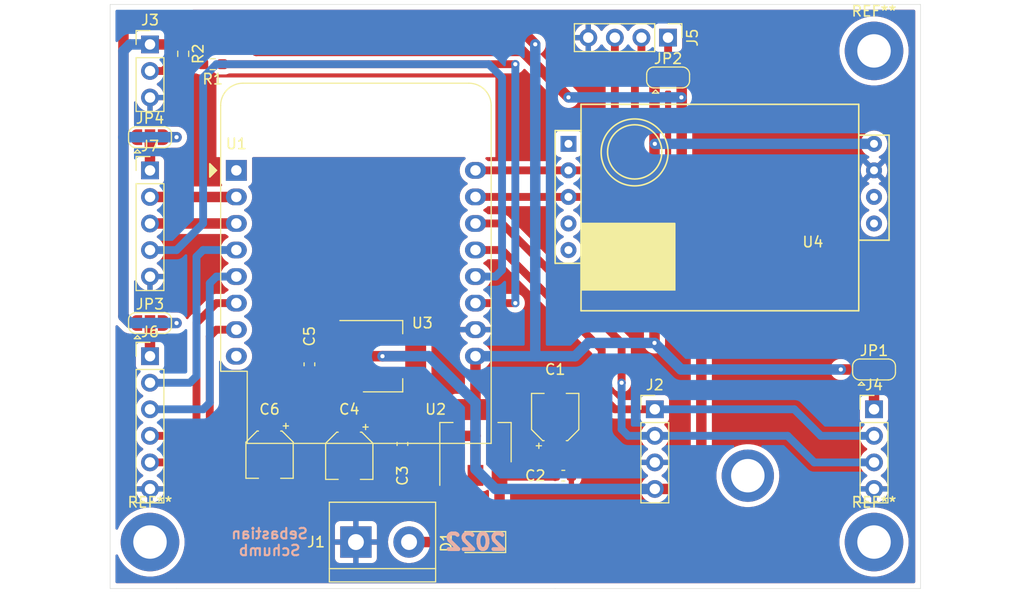
<source format=kicad_pcb>
(kicad_pcb (version 20211014) (generator pcbnew)

  (general
    (thickness 1.6)
  )

  (paper "A4")
  (layers
    (0 "F.Cu" signal)
    (31 "B.Cu" signal)
    (32 "B.Adhes" user "B.Adhesive")
    (33 "F.Adhes" user "F.Adhesive")
    (34 "B.Paste" user)
    (35 "F.Paste" user)
    (36 "B.SilkS" user "B.Silkscreen")
    (37 "F.SilkS" user "F.Silkscreen")
    (38 "B.Mask" user)
    (39 "F.Mask" user)
    (40 "Dwgs.User" user "User.Drawings")
    (41 "Cmts.User" user "User.Comments")
    (42 "Eco1.User" user "User.Eco1")
    (43 "Eco2.User" user "User.Eco2")
    (44 "Edge.Cuts" user)
    (45 "Margin" user)
    (46 "B.CrtYd" user "B.Courtyard")
    (47 "F.CrtYd" user "F.Courtyard")
    (48 "B.Fab" user)
    (49 "F.Fab" user)
  )

  (setup
    (pad_to_mask_clearance 0)
    (pcbplotparams
      (layerselection 0x00010f0_ffffffff)
      (disableapertmacros false)
      (usegerberextensions true)
      (usegerberattributes true)
      (usegerberadvancedattributes true)
      (creategerberjobfile false)
      (svguseinch false)
      (svgprecision 6)
      (excludeedgelayer true)
      (plotframeref false)
      (viasonmask false)
      (mode 1)
      (useauxorigin false)
      (hpglpennumber 1)
      (hpglpenspeed 20)
      (hpglpendiameter 15.000000)
      (dxfpolygonmode true)
      (dxfimperialunits true)
      (dxfusepcbnewfont true)
      (psnegative false)
      (psa4output false)
      (plotreference true)
      (plotvalue true)
      (plotinvisibletext false)
      (sketchpadsonfab false)
      (subtractmaskfromsilk false)
      (outputformat 1)
      (mirror false)
      (drillshape 0)
      (scaleselection 1)
      (outputdirectory "gerbers/")
    )
  )

  (net 0 "")
  (net 1 "GND")
  (net 2 "+3V3")
  (net 3 "TXD")
  (net 4 "RXD")
  (net 5 "SDA")
  (net 6 "SCL")
  (net 7 "CS")
  (net 8 "MOSI")
  (net 9 "MISO")
  (net 10 "SCK")
  (net 11 "+5V")
  (net 12 "Net-(C1-Pad1)")
  (net 13 "Net-(D1-Pad2)")
  (net 14 "D3")
  (net 15 "unconnected-(U1-Pad8)")
  (net 16 "D0")
  (net 17 "unconnected-(U1-Pad1)")
  (net 18 "A0")
  (net 19 "Net-(J3-Pad2)")
  (net 20 "Net-(J4-Pad1)")
  (net 21 "Net-(J5-Pad1)")
  (net 22 "Net-(J6-Pad1)")
  (net 23 "unconnected-(U4-Pad9)")
  (net 24 "unconnected-(U4-Pad8)")
  (net 25 "unconnected-(U4-Pad5)")
  (net 26 "unconnected-(U4-Pad4)")
  (net 27 "unconnected-(U4-Pad1)")
  (net 28 "Net-(J7-Pad1)")
  (net 29 "ONE_WIRE")

  (footprint "Module:WEMOS_D1_mini_light" (layer "F.Cu") (at 94.615 69.85))

  (footprint "Package_TO_SOT_SMD:SOT-223-3_TabPin2" (layer "F.Cu") (at 117.475 95.885 90))

  (footprint "Package_TO_SOT_SMD:SOT-223-3_TabPin2" (layer "F.Cu") (at 108.61 87.63))

  (footprint "Capacitor_SMD:CP_Elec_4x5.4" (layer "F.Cu") (at 125.095 93.45 90))

  (footprint "Capacitor_SMD:C_0603_1608Metric" (layer "F.Cu") (at 125.87 99.06))

  (footprint "Capacitor_SMD:C_0603_1608Metric" (layer "F.Cu") (at 110.49 96.025 -90))

  (footprint "Capacitor_SMD:CP_Elec_4x5.4" (layer "F.Cu") (at 105.41 97.155 -90))

  (footprint "Capacitor_SMD:C_0603_1608Metric" (layer "F.Cu") (at 101.6 88.405 -90))

  (footprint "Capacitor_SMD:CP_Elec_4x5.4" (layer "F.Cu") (at 97.79 97.05 -90))

  (footprint "Diode_SMD:D_SOD-123" (layer "F.Cu") (at 118.11 105.41 180))

  (footprint "TerminalBlock:TerminalBlock_bornier-2_P5.08mm" (layer "F.Cu") (at 106.045 105.41))

  (footprint "Connector_PinHeader_2.54mm:PinHeader_1x04_P2.54mm_Vertical" (layer "F.Cu") (at 155.575 92.71))

  (footprint "MountingHole:MountingHole_3.2mm_M3_DIN965_Pad" (layer "F.Cu") (at 155.575 105.41))

  (footprint "Jumper:SolderJumper-3_P1.3mm_Open_RoundedPad1.0x1.5mm" (layer "F.Cu") (at 135.89 60.96))

  (footprint "Resistor_SMD:R_0603_1608Metric_Pad0.98x0.95mm_HandSolder" (layer "F.Cu") (at 89.535 58.6975 -90))

  (footprint "Jumper:SolderJumper-3_P1.3mm_Open_RoundedPad1.0x1.5mm" (layer "F.Cu") (at 86.36 66.675))

  (footprint "Jumper:SolderJumper-3_P1.3mm_Open_RoundedPad1.0x1.5mm" (layer "F.Cu") (at 155.575 88.9))

  (footprint "MountingHole:MountingHole_3.2mm_M3_DIN965_Pad" (layer "F.Cu") (at 155.575 58.42))

  (footprint "Connector_PinHeader_2.54mm:PinHeader_1x05_P2.54mm_Vertical" (layer "F.Cu") (at 86.36 69.855))

  (footprint "Connector_PinHeader_2.54mm:PinHeader_1x03_P2.54mm_Vertical" (layer "F.Cu") (at 86.36 57.8))

  (footprint "misc:gybmep" (layer "F.Cu") (at 134.62 92.71))

  (footprint "Connector_PinHeader_2.54mm:PinHeader_1x06_P2.54mm_Vertical" (layer "F.Cu") (at 86.36 87.63))

  (footprint "Jumper:SolderJumper-3_P1.3mm_Open_RoundedPad1.0x1.5mm" (layer "F.Cu") (at 86.36 84.455))

  (footprint "mh-z19b:Winsen_MH-Z19B" (layer "F.Cu") (at 126.365 81.28 180))

  (footprint "Connector_PinHeader_2.54mm:PinHeader_1x04_P2.54mm_Vertical" (layer "F.Cu") (at 135.88 57.15 -90))

  (footprint "MountingHole:MountingHole_3.2mm_M3_DIN965_Pad" (layer "F.Cu") (at 86.36 105.41))

  (footprint "Resistor_SMD:R_0603_1608Metric_Pad0.98x0.95mm_HandSolder" (layer "F.Cu") (at 92.3525 59.69 180))

  (gr_line (start 83.82 109.855) (end 132.715 109.855) (layer "Cmts.User") (width 0.15) (tstamp ea833522-a891-4786-bc06-1742209c7c08))
  (gr_line (start 125.095 109.855) (end 88.9 109.855) (layer "Edge.Cuts") (width 0.05) (tstamp 00000000-0000-0000-0000-000060dbedf6))
  (gr_line (start 82.55 53.975) (end 160.02 53.975) (layer "Edge.Cuts") (width 0.05) (tstamp 4b185568-ae1e-41a7-834b-8ad168bbf529))
  (gr_line (start 82.55 109.855) (end 82.55 53.975) (layer "Edge.Cuts") (width 0.05) (tstamp 51149f50-3ab1-4c21-9c7f-b6c16ae097a2))
  (gr_line (start 88.9 109.855) (end 82.55 109.855) (layer "Edge.Cuts") (width 0.05) (tstamp 612cc2cd-5f20-4683-ae09-f86f5613592b))
  (gr_line (start 160.02 53.975) (end 160.02 109.855) (layer "Edge.Cuts") (width 0.05) (tstamp cfaf9ed5-e999-4e5f-810b-fd6a6003b937))
  (gr_line (start 160.02 109.855) (end 125.095 109.855) (layer "Edge.Cuts") (width 0.05) (tstamp ec99c069-410c-481e-afbc-0572ca3b6f51))
  (gr_text "Sebastian\nSchumb" (at 97.79 105.41) (layer "B.SilkS") (tstamp 02ec7dfa-2e7b-44d3-a8c2-8d9f71234203)
    (effects (font (size 1 1) (thickness 0.2)) (justify mirror))
  )
  (gr_text "2022" (at 117.475 105.41) (layer "B.SilkS") (tstamp 699e6e96-5071-4e4f-8c5a-854816a52914)
    (effects (font (size 1.5 1.5) (thickness 0.375)) (justify mirror))
  )

  (segment (start 156.875 87.025) (end 156.875 88.9) (width 1) (layer "F.Cu") (net 2) (tstamp 00c9b2fa-1ed3-4617-8aef-82a3fd4ce1d7))
  (segment (start 96.52 58.42) (end 121.92 58.42) (width 1) (layer "F.Cu") (net 2) (tstamp 02aa7986-4106-41b3-912e-6471e0891d0d))
  (segment (start 137.16 84.455) (end 139.065 86.36) (width 1) (layer "F.Cu") (net 2) (tstamp 047a393e-960f-440a-9679-6863e7644c85))
  (segment (start 137.19 82.58) (end 137.16 82.61) (width 0.75) (layer "F.Cu") (net 2) (tstamp 14aa8756-3522-422b-bc0e-4e2830373b5a))
  (segment (start 121.92 58.42) (end 126.365 62.865) (width 1) (layer "F.Cu") (net 2) (tstamp 168a7fca-29f0-41ce-9207-107673a93234))
  (segment (start 97.79 95.25) (end 97.79 90.805) (width 1) (layer "F.Cu") (net 2) (tstamp 189cebe7-48a0-4b32-b2a9-bf7b875205c9))
  (segment (start 156.21 86.36) (end 156.875 87.025) (width 1) (layer "F.Cu") (net 2) (tstamp 1c64e28e-f574-4659-aae5-94a7a1518bd3))
  (segment (start 95.885 57.785) (end 96.52 58.42) (width 1) (layer "F.Cu") (net 2) (tstamp 1cebc839-2e32-4d4c-ba8a-b1e155540201))
  (segment (start 88.9 66.675) (end 87.66 66.675) (width 1) (layer "F.Cu") (net 2) (tstamp 25842890-7992-47f9-9116-b49683fbb6e3))
  (segment (start 97.79 90.805) (end 97.79 88.9) (width 1) (layer "F.Cu") (net 2) (tstamp 32ef11bc-75d9-410e-9d8a-9739d2380f9f))
  (segment (start 137.19 60.96) (end 137.19 82.58) (width 1) (layer "F.Cu") (net 2) (tstamp 439ebc1f-049b-47cb-a1df-c005ce1fb602))
  (segment (start 101.6 87.63) (end 105.46 87.63) (width 1) (layer "F.Cu") (net 2) (tstamp 4cd9308d-98d8-44e7-8497-c8becff430dd))
  (segment (start 97.79 88.9) (end 99.06 87.63) (width 1) (layer "F.Cu") (net 2) (tstamp 6b8e87b1-b9c2-4bdd-abe7-980fa511c8ac))
  (segment (start 105.46 87.63) (end 108.585 87.63) (width 1) (layer "F.Cu") (net 2) (tstamp 73c495d6-08e0-4ebe-9319-ced43674b45c))
  (segment (start 139.065 86.36) (end 139.065 99.06) (width 1) (layer "F.Cu") (net 2) (tstamp 73ed9938-fbfe-4092-afa8-26c60ab9f007))
  (segment (start 86.375 57.785) (end 86.36 57.8) (width 0.75) (layer "F.Cu") (net 2) (tstamp 884ccbeb-0b79-4d92-8d4f-b899b9d28e8c))
  (segment (start 139.065 99.06) (end 137.795 100.33) (width 1) (layer "F.Cu") (net 2) (tstamp 9c2695e4-5a5e-495f-abee-2ec745d07fde))
  (segment (start 87.66 84.455) (end 88.9 84.455) (width 1) (layer "F.Cu") (net 2) (tstamp b4458c38-3437-4f20-a250-13e277924a01))
  (segment (start 139.065 86.36) (end 156.21 86.36) (width 1) (layer "F.Cu") (net 2) (tstamp b872f60a-0c27-4a67-b845-397355d3bad1))
  (segment (start 99.06 87.63) (end 101.6 87.63) (width 1) (layer "F.Cu") (net 2) (tstamp bd0d267d-6aac-48e8-8471-6765e5362a4f))
  (segment (start 89.52 57.8) (end 89.535 57.785) (width 0.75) (layer "F.Cu") (net 2) (tstamp c4fa1d0c-2343-4e12-ad07-217c36ca005f))
  (segment (start 108.585 87.63) (end 111.76 87.63) (width 1) (layer "F.Cu") (net 2) (tstamp cbf588a2-79ea-4dfb-a6db-675b8a487f18))
  (segment (start 89.535 57.785) (end 95.885 57.785) (width 1) (layer "F.Cu") (net 2) (tstamp d25c275a-04ac-4a13-930c-6b91fcaf66bd))
  (segment (start 137.795 100.33) (end 134.62 100.33) (width 1) (layer "F.Cu") (net 2) (tstamp e9728fcf-d85e-4a85-af42-78ba881a4daf))
  (segment (start 86.36 57.8) (end 89.52 57.8) (width 1) (layer "F.Cu") (net 2) (tstamp ead5c03b-b04a-4800-a9cc-f8d41c5f2ef4))
  (segment (start 137.16 82.61) (end 137.16 84.455) (width 1) (layer "F.Cu") (net 2) (tstamp f5a9f849-eb0a-4576-84aa-ac49910c9f6a))
  (via (at 126.365 62.865) (size 0.8) (drill 0.4) (layers "F.Cu" "B.Cu") (net 2) (tstamp 1c1b1345-5ee9-4cbc-b940-8b6320a3e441))
  (via (at 108.585 87.63) (size 0.8) (drill 0.4) (layers "F.Cu" "B.Cu") (net 2) (tstamp 9f549351-07ab-4ebf-ae16-82c93e8330e2))
  (via (at 88.9 84.455) (size 0.8) (drill 0.4) (layers "F.Cu" "B.Cu") (net 2) (tstamp ac189497-0c1a-4029-ae9f-84cff44e74ac))
  (via (at 88.9 66.675) (size 0.8) (drill 0.4) (layers "F.Cu" "B.Cu") (net 2) (tstamp c16ef5f3-841a-4acc-8e0a-5c2c9d928770))
  (via (at 137.16 62.865) (size 0.8) (drill 0.4) (layers "F.Cu" "B.Cu") (net 2) (tstamp ddf2c181-bced-494b-986c-b27888547960))
  (segment (start 126.365 62.865) (end 137.16 62.865) (width 1) (layer "B.Cu") (net 2) (tstamp 06806166-6072-462e-8acb-388bb6775109))
  (segment (start 83.82 66.675) (end 88.9 66.675) (width 1) (layer "B.Cu") (net 2) (tstamp 0cf5bd97-113a-42df-a1ad-8fcefbaff78a))
  (segment (start 117.475 92.075) (end 117.475 98.425) (width 1) (layer "B.Cu") (net 2) (tstamp 341e10f5-b11e-450a-bc7d-3389cdf1c0a8))
  (segment (start 108.585 87.63) (end 113.03 87.63) (width 1) (layer "B.Cu") (net 2) (tstamp 40f8bc7a-7f33-4507-b2c2-2e76e4dad7cd))
  (segment (start 88.9 84.455) (end 84.455 84.455) (width 1) (layer "B.Cu") (net 2) (tstamp 4a72a964-77d6-4ac2-b1f7-2e03f448702b))
  (segment (start 84.44 57.8) (end 86.36 57.8) (width 1) (layer "B.Cu") (net 2) (tstamp 589d0db5-b9fe-4965-89f8-5f0d522a08b5))
  (segment (start 83.82 66.675) (end 83.82 58.42) (width 1) (layer "B.Cu") (net 2) (tstamp 85412b62-114e-4b38-a7f6-0e790b853a1e))
  (segment (start 84.455 84.455) (end 83.82 83.82) (width 1) (layer "B.Cu") (net 2) (tstamp 95222911-d071-4699-85e6-bdb7d01a5e80))
  (segment (start 117.475 98.425) (end 119.38 100.33) (width 1) (layer "B.Cu") (net 2) (tstamp 972991f8-4446-4643-9e95-4da983a60b1d))
  (segment (start 113.03 87.63) (end 117.475 92.075) (width 1) (layer "B.Cu") (net 2) (tstamp b3f1cb2f-cf8f-443b-b6d0-02a46d14b1e4))
  (segment (start 83.82 58.42) (end 84.44 57.8) (width 1) (layer "B.Cu") (net 2) (tstamp c04902e3-ca46-4f21-aac5-95a544d73a0d))
  (segment (start 83.82 83.82) (end 83.82 66.675) (width 1) (layer "B.Cu") (net 2) (tstamp e44a6284-6118-49fa-b71e-5d0cab60eecd))
  (segment (start 119.38 100.33) (end 134.62 100.33) (width 1) (layer "B.Cu") (net 2) (tstamp f4b34c8f-76c0-4c48-893a-46af1313f6ec))
  (segment (start 130.8 67.955) (end 128.905 69.85) (width 0.75) (layer "F.Cu") (net 3) (tstamp 478c00e6-8e80-4d19-8148-b02896dbfcfe))
  (segment (start 128.905 69.85) (end 126.365 69.85) (width 0.75) (layer "F.Cu") (net 3) (tstamp 8e17f83d-55bb-4099-aa08-1a7b96f606f2))
  (segment (start 130.8 57.15) (end 130.8 67.955) (width 0.75) (layer "F.Cu") (net 3) (tstamp 9cbf348d-6e23-4115-aa01-132aad9defea))
  (segment (start 117.475 69.85) (end 126.365 69.85) (width 0.75) (layer "F.Cu") (net 3) (tstamp fab8fa1e-2475-4601-9518-79c2c6a7122e))
  (segment (start 132.715 59.69) (end 132.715 71.12) (width 0.75) (layer "F.Cu") (net 4) (tstamp 29d9022a-6c8b-409c-839c-95ecf6760003))
  (segment (start 132.715 71.12) (end 131.445 72.39) (width 0.75) (layer "F.Cu") (net 4) (tstamp 4581e96a-30c0-4730-ba23-7090db917571))
  (segment (start 131.445 72.39) (end 126.365 72.39) (width 0.75) (layer "F.Cu") (net 4) (tstamp 70b5c58c-2e38-4dc0-8de4-acbe99130e4b))
  (segment (start 133.34 59.065) (end 132.715 59.69) (width 0.75) (layer "F.Cu") (net 4) (tstamp dbcd68bb-4c01-4151-9000-5b3ad6de8c72))
  (segment (start 117.475 72.39) (end 126.365 72.39) (width 0.75) (layer "F.Cu") (net 4) (tstamp e5cf986c-ba54-479c-a2fe-0ebbb3b4c980))
  (segment (start 133.34 57.15) (end 133.34 59.065) (width 0.75) (layer "F.Cu") (net 4) (tstamp eff2d94e-2eb8-4a76-9d50-bcc33ba1bb2a))
  (segment (start 134.62 92.71) (end 130.81 92.71) (width 0.75) (layer "F.Cu") (net 5) (tstamp 0d9e418b-01ec-43a8-a599-ef22a3c2383f))
  (segment (start 129.54 86.995) (end 120.015 77.47) (width 0.75) (layer "F.Cu") (net 5) (tstamp 141d9d89-e8cd-4700-aa15-e8b19a3b66ad))
  (segment (start 130.81 92.71) (end 129.54 91.44) (width 0.75) (layer "F.Cu") (net 5) (tstamp 4ebcb96e-fd56-4a02-a98f-91bb24ab37de))
  (segment (start 129.54 86.995) (end 129.54 91.44) (width 0.75) (layer "F.Cu") (net 5) (tstamp 5ccde116-135d-401b-9e0d-eb0d18a88c8c))
  (segment (start 120.015 77.47) (end 117.475 77.47) (width 0.75) (layer "F.Cu") (net 5) (tstamp 7625b0dd-9ef4-4c78-ada6-e330d0cd1106))
  (segment (start 134.62 92.71) (end 147.955 92.71) (width 0.75) (layer "B.Cu") (net 5) (tstamp 1071b4ae-648b-4b74-9315-60e1395a4e21))
  (segment (start 150.495 95.25) (end 155.575 95.25) (width 0.75) (layer "B.Cu") (net 5) (tstamp 21bbcc89-7b2b-4bd8-a75f-7c2aa30056bd))
  (segment (start 147.955 92.71) (end 150.495 95.25) (width 0.75) (layer "B.Cu") (net 5) (tstamp 80506b1a-23d1-4483-8e30-b7c0416d4356))
  (segment (start 131.445 86.36) (end 131.445 89.535) (width 0.75) (layer "F.Cu") (net 6) (tstamp 6d898d94-eb08-4478-8e38-eb1d13a88158))
  (segment (start 131.445 89.535) (end 131.445 90.17) (width 0.75) (layer "F.Cu") (net 6) (tstamp 9f5c28f8-b083-448c-a001-5632c4100fb7))
  (segment (start 120.015 74.93) (end 131.445 86.36) (width 0.75) (layer "F.Cu") (net 6) (tstamp ac3ce491-fff5-474f-9c49-d139702bfc46))
  (segment (start 117.475 74.93) (end 120.015 74.93) (width 0.75) (layer "F.Cu") (net 6) (tstamp eeb338c5-e9c9-47f2-92b2-4c50dffb6f43))
  (via (at 131.445 90.17) (size 0.8) (drill 0.4) (layers "F.Cu" "B.Cu") (net 6) (tstamp 9ff9c22c-69c8-454b-853c-395dcd33f6bf))
  (segment (start 147.32 95.25) (end 149.86 97.79) (width 0.75) (layer "B.Cu") (net 6) (tstamp 08cf952f-164f-4ad5-9e1d-479213a213d7))
  (segment (start 149.86 97.79) (end 155.575 97.79) (width 0.75) (layer "B.Cu") (net 6) (tstamp 2fb5b545-996a-4538-aa3b-749c5c19ce9d))
  (segment (start 131.445 90.17) (end 131.445 94.615) (width 0.75) (layer "B.Cu") (net 6) (tstamp 58d8490f-c0a2-4b84-9962-d4ac7df01c20))
  (segment (start 132.08 95.25) (end 134.62 95.25) (width 0.75) (layer "B.Cu") (net 6) (tstamp 605de86b-b09f-43ae-9596-c37aef680337))
  (segment (start 134.62 95.25) (end 147.32 95.25) (width 0.75) (layer "B.Cu") (net 6) (tstamp 89137b6d-cdbc-45bf-81a3-e153ee9fb205))
  (segment (start 131.445 94.615) (end 132.08 95.25) (width 0.75) (layer "B.Cu") (net 6) (tstamp febb62cc-7946-4b09-9908-1297205da473))
  (segment (start 92.075 85.725) (end 92.075 97.155) (width 0.75) (layer "F.Cu") (net 7) (tstamp 56c94329-ec4f-4889-ab21-9898591777b3))
  (segment (start 92.075 97.155) (end 91.44 97.79) (width 0.75) (layer "F.Cu") (net 7) (tstamp 79717e65-4e24-4c7e-ad93-c70686f6d0a2))
  (segment (start 91.44 97.79) (end 86.36 97.79) (width 0.75) (layer "F.Cu") (net 7) (tstamp b31761cc-536c-4696-9474-7a04d504e149))
  (segment (start 94.615 85.09) (end 92.71 85.09) (width 0.75) (layer "F.Cu") (net 7) (tstamp cc9c893d-b97c-4f7b-9666-29556cec34ad))
  (segment (start 92.71 85.09) (end 92.075 85.725) (width 0.75) (layer "F.Cu") (net 7) (tstamp d59e992f-5bdd-40d5-aac5-ef387ae15499))
  (segment (start 90.805 94.615) (end 90.805 84.455) (width 0.75) (layer "F.Cu") (net 8) (tstamp 0228ca1e-d24d-49cf-9429-c708644190fd))
  (segment (start 90.805 84.455) (end 92.71 82.55) (width 0.75) (layer "F.Cu") (net 8) (tstamp 72321457-840a-4bed-b607-489ab08b7853))
  (segment (start 90.17 95.25) (end 90.805 94.615) (width 0.75) (layer "F.Cu") (net 8) (tstamp acd628e9-2639-4667-8dff-170b48357962))
  (segment (start 92.71 82.55) (end 94.615 82.55) (width 0.75) (layer "F.Cu") (net 8) (tstamp b12ccbfa-9f2c-4709-bb3f-5ab163e641bc))
  (segment (start 86.36 95.25) (end 90.17 95.25) (width 0.75) (layer "F.Cu") (net 8) (tstamp c39abd48-c5b7-4a33-b542-073ca5f64bdb))
  (segment (start 86.36 92.71) (end 91.44 92.71) (width 0.75) (layer "B.Cu") (net 9) (tstamp 07c16e1d-e463-4fe1-8e72-2203f14a27d0))
  (segment (start 91.44 92.71) (end 92.075 92.075) (width 0.75) (layer "B.Cu") (net 9) (tstamp 2e24591e-a635-4fc9-a625-d80a40803447))
  (segment (start 92.075 80.645) (end 92.71 80.01) (width 0.75) (layer "B.Cu") (net 9) (tstamp 7005d283-51b3-45e6-a315-e2ffe591bd25))
  (segment (start 92.075 92.075) (end 92.075 80.645) (width 0.75) (layer "B.Cu") (net 9) (tstamp 9abc7fdb-977c-4028-8948-87f1b75d5daa))
  (segment (start 92.71 80.01) (end 94.615 80.01) (width 0.75) (layer "B.Cu") (net 9) (tstamp f31b0ce8-2985-4b7d-83b1-7f3003d59abe))
  (segment (start 86.36 90.17) (end 90.17 90.17) (width 0.75) (layer "B.Cu") (net 10) (tstamp 3936528f-f452-4c37-a6af-a7272285cbf8))
  (segment (start 90.805 89.535) (end 90.805 78.105) (width 0.75) (layer "B.Cu") (net 10) (tstamp 5e2523b5-e528-401a-9b5d-6f960f5b3f56))
  (segment (start 90.805 78.105) (end 91.44 77.47) (width 0.75) (layer "B.Cu") (net 10) (tstamp c2b987f4-b523-46f6-bc38-bf26b8d10c05))
  (segment (start 90.17 90.17) (end 90.805 89.535) (width 0.75) (layer "B.Cu") (net 10) (tstamp d1c052b1-51bb-4275-88ae-61265ceb5e20))
  (segment (start 91.44 77.47) (end 94.615 77.47) (width 0.75) (layer "B.Cu") (net 10) (tstamp f4662d5e-9b65-4faa-a90c-af9d91b0897d))
  (segment (start 105.41 89.98) (end 105.46 89.93) (width 1) (layer "F.Cu") (net 11) (tstamp 1c62d5b8-c920-4454-bdbc-41662238c96b))
  (segment (start 117.475 95.25) (end 117.475 92.735) (width 1) (layer "F.Cu") (net 11) (tstamp 260fc26d-5fbd-4940-9649-da23bbdc1825))
  (segment (start 84.455 55.245) (end 83.82 55.88) (width 1) (layer "F.Cu") (net 11) (tstamp 32c054b4-b78a-42c3-8859-9d2ed3417cc5))
  (segment (start 123.19 57.785) (end 121.92 56.515) (width 1) (layer "F.Cu") (net 11) (tstamp 36915156-a6f4-4911-8052-80b5772246cd))
  (segment (start 154.275 88.9) (end 152.4 88.9) (width 1) (layer "F.Cu") (net 11) (tstamp 440c76bb-77ac-48d4-9941-3e0577e7026e))
  (segment (start 84.455 84.455) (end 83.82 83.82) (width 1) (layer "F.Cu") (net 11) (tstamp 445233d1-775a-48f8-acf5-ce9ca23bbda0))
  (segment (start 121.92 56.515) (end 90.805 56.515) (width 1) (layer "F.Cu") (net 11) (tstamp 4b725158-7a71-4486-a23f-50c68a4fc6ab))
  (segment (start 105.515 95.25) (end 105.41 95.355) (width 1) (layer "F.Cu") (net 11) (tstamp 4fce2f26-4d8d-444d-9e30-699defa0167f))
  (segment (start 134.59 67.28) (end 134.62 67.31) (width 0.75) (layer "F.Cu") (net 11) (tstamp 4fe1c354-6d34-41fd-9262-69d0843cadf3))
  (segment (start 105.41 95.355) (end 105.41 89.98) (width 1) (layer "F.Cu") (net 11) (tstamp 574d3683-cc57-46c1-ac95-8734f13e2898))
  (segment (start 89.535 55.245) (end 84.455 55.245) (width 1) (layer "F.Cu") (net 11) (tstamp 76f24850-bd21-492d-a462-0003aad6989c))
  (segment (start 83.82 66.675) (end 85.06 66.675) (width 1) (layer "F.Cu") (net 11) (tstamp 899e6aff-5937-4257-a76a-58eaba1fe079))
  (segment (start 117.475 99.035) (end 117.475 95.25) (width 1) (layer "F.Cu") (net 11) (tstamp 941d260a-9402-42a7-9b87-129a3b53b834))
  (segment (start 117.475 95.25) (end 110.49 95.25) (width 1) (layer "F.Cu") (net 11) (tstamp 9b930ff1-b9d0-4330-9d28-eb7575473e16))
  (segment (start 117.475 92.735) (end 117.475 87.63) (width 1) (layer "F.Cu") (net 11) (tstamp a4471b4c-f962-4ece-bc2a-9afaebbdf753))
  (segment (start 134.59 60.96) (end 134.59 67.28) (width 1) (layer "F.Cu") (net 11) (tstamp a9152ade-9ea7-48c8-938b-8a999bcecd1b))
  (segment (start 83.82 83.82) (end 83.82 66.675) (width 1) (layer "F.Cu") (net 11) (tstamp ae9e0776-983a-4f2e-be67-acb9f4b172f6))
  (segment (start 85.06 84.455) (end 84.455 84.455) (width 1) (layer "F.Cu") (net 11) (tstamp c5902c2a-cd02-48df-bd2b-37a3271f6e40))
  (segment (start 134.59 67.28) (end 134.59 86.36) (width 1) (layer "F.Cu") (net 11) (tstamp cb1c75a9-ee0e-4a00-8ce3-4b679b7cbe70))
  (segment (start 83.82 55.88) (end 83.82 66.675) (width 1) (layer "F.Cu") (net 11) (tstamp e436d6bc-eb27-4b73-8e39-5b63491674d6))
  (segment (start 110.49 95.25) (end 105.515 95.25) (width 1) (layer "F.Cu") (net 11) (tstamp ef5e5be2-d5a0-415e-81db-310473243193))
  (segment (start 90.805 56.515) (end 89.535 55.245) (width 1) (layer "F.Cu") (net 11) (tstamp f9098b5a-f873-4b93-9b3a-14c4c4451014))
  (via (at 134.59 86.36) (size 0.8) (drill 0.4) (layers "F.Cu" "B.Cu") (net 11) (tstamp dd5ffb1c-1798-49d7-b96f-75b385fc0c19))
  (via (at 134.62 67.31) (size 0.8) (drill 0.4) (layers "F.Cu" "B.Cu") (net 11) (tstamp e4425548-1f0b-4b1d-b9dd-ea74633c0f88))
  (via (at 152.4 88.9) (size 0.8) (drill 0.4) (layers "F.Cu" "B.Cu") (net 11) (tstamp f2b26ee3-6636-4715-8b0f-58112b5e55af))
  (via (at 123.19 57.785) (size 0.8) (drill 0.4) (layers "F.Cu" "B.Cu") (net 11) (tstamp f4907cba-0577-4b4a-a561-5db22d61b964))
  (segment (start 137.13 88.9) (end 134.59 86.36) (width 1) (layer "B.Cu") (net 11) (tstamp 25dede0e-a946-4e4f-bb8a-2277896fd86f))
  (segment (start 127 87.63) (end 123.19 87.63) (width 1) (layer "B.Cu") (net 11) (tstamp 34a37d49-5b1e-4307-9838-68ee11f74acf))
  (segment (start 123.19 57.785) (end 123.19 87.63) (width 1) (layer "B.Cu") (net 11) (tstamp 3b917a46-2139-49c2-b5ab-39baf567999b))
  (segment (start 152.4 88.9) (end 137.13 88.9) (width 1) (layer "B.Cu") (net 11) (tstamp 6e3f0008-4ade-4272-bdc4-2ed7ecebf94b))
  (segment (start 128.27 86.36) (end 127 87.63) (width 1) (layer "B.Cu") (net 11) (tstamp 88557d77-228d-411a-bc1b-14b732f019c4))
  (segment (start 123.19 87.63) (end 117.475 87.63) (width 1) (layer "B.Cu") (net 11) (tstamp a28d68dd-e346-4152-9dd2-9769cd4e5624))
  (segment (start 155.575 67.31) (end 134.62 67.31) (width 1) (layer "B.Cu") (net 11) (tstamp ac42a4b4-e964-46b9-83b8-5bb91b4d1911))
  (segment (start 134.59 86.36) (end 128.27 86.36) (width 1) (layer "B.Cu") (net 11) (tstamp ae9c642d-c79a-45c2-8c6b-e7e06f71bb02))
  (segment (start 119.775 102.475) (end 119.775 99.035) (width 1) (layer "F.Cu") (net 12) (tstamp 1554f4c8-c09a-4cb1-802f-879eb97c41c4))
  (segment (start 119.8 99.06) (end 119.775 99.035) (width 1) (layer "F.Cu") (net 12) (tstamp 3422c8d0-aaa7-4c90-8356-7ed4ffb78420))
  (segment (start 120.015 99.275) (end 119.775 99.035) (width 1) (layer "F.Cu") (net 12) (tstamp 3b3bdbaa-472e-46f5-bfe3-0f2820053cc4))
  (segment (start 119.76 102.49) (end 119.775 102.475) (width 1) (layer "F.Cu") (net 12) (tstamp a3087cdd-2905-47f8-a082-c7e8e69a9e70))
  (segment (start 119.76 105.41) (end 119.76 102.49) (width 1) (layer "F.Cu") (net 12) (tstamp c03d944e-2c45-494e-a6f4-ddf5446a9f8a))
  (segment (start 125.07 99.035) (end 125.095 99.06) (width 1) (layer "F.Cu") (net 12) (tstamp c48db68a-4489-4467-8ac3-5f5aba5821e2))
  (segment (start 119.775 99.035) (end 125.07 99.035) (width 1) (layer "F.Cu") (net 12) (tstamp ca34c043-55ce-4da2-a777-4d944aec154f))
  (segment (start 125.095 99.06) (end 125.095 95.25) (width 1) (layer "F.Cu") (net 12) (tstamp e2584218-208f-44bd-955f-93739bb2b00c))
  (segment (start 111.125 105.41) (end 116.46 105.41) (width 1) (layer "F.Cu") (net 13) (tstamp 72cc157b-60c2-429b-b264-510a14bd8f65))
  (segment (start 118.745 59.69) (end 92.71 59.69) (width 0.75) (layer "B.Cu") (net 14) (tstamp 0e599631-3638-41ca-a99e-61fdb352c427))
  (segment (start 120.015 60.96) (end 118.745 59.69) (width 0.75) (layer "B.Cu") (net 14) (tstamp 142dccd3-eba9-4b29-86dd-99e9dabad258))
  (segment (start 86.36 77.475) (end 88.895 77.475) (width 0.75) (layer "B.Cu") (net 14) (tstamp 18b0f31b-0db4-44de-a519-d7515f6e79f5))
  (segment (start 88.895 77.475) (end 91.44 74.93) (width 0.75) (layer "B.Cu") (net 14) (tstamp 1f596b82-4429-40f6-a1be-28d5bd30d741))
  (segment (start 119.38 80.01) (end 117.475 80.01) (width 0.75) (layer "B.Cu") (net 14) (tstamp 4c8708bf-ac3c-4b86-b526-1a8c9018ccb2))
  (segment (start 120.015 60.96) (end 120.015 79.375) (width 0.75) (layer "B.Cu") (net 14) (tstamp 79d45d2b-aeea-497c-be5b-0c09c35e01a7))
  (segment (start 91.44 60.96) (end 92.71 59.69) (width 0.75) (layer "B.Cu") (net 14) (tstamp d0d8611c-151a-4735-ab0c-de5301752791))
  (segment (start 120.015 79.375) (end 119.38 80.01) (width 0.75) (layer "B.Cu") (net 14) (tstamp d9d4b3c0-1072-4734-9b48-bd9d5ace4832))
  (segment (start 91.44 74.93) (end 91.44 60.96) (width 0.75) (layer "B.Cu") (net 14) (tstamp f1b7c094-e033-4301-ac87-b78c6954fdaa))
  (segment (start 86.365 74.93) (end 86.36 74.935) (width 1) (layer "F.Cu") (net 16) (tstamp 99d75043-371f-400c-a1f3-cf6ad9031025))
  (segment (start 94.615 74.93) (end 86.365 74.93) (width 1) (layer "F.Cu") (net 16) (tstamp dc4bcea8-19df-49f0-ac45-bb2dc68cecd6))
  (segment (start 94.61 72.395) (end 94.615 72.39) (width 1) (layer "F.Cu") (net 18) (tstamp 5488f3f9-4007-4862-a7f5-c29d48ae004d))
  (segment (start 86.36 72.395) (end 94.61 72.395) (width 1) (layer "F.Cu") (net 18) (tstamp ff637afa-405f-4468-9ebe-d26b3443e15c))
  (segment (start 91.44 59.69) (end 89.615 59.69) (width 0.75) (layer "F.Cu") (net 19) (tstamp 467001c1-284e-4e8e-8dc8-e71157da134f))
  (segment (start 89.615 59.69) (end 89.535 59.61) (width 0.75) (layer "F.Cu") (net 19) (tstamp 4e371f9e-dc2c-44cc-8dc8-ddad952e8fe7))
  (segment (start 88.345 59.61) (end 87.615 60.34) (width 0.75) (layer "F.Cu") (net 19) (tstamp 590ddd06-7fdd-4e3c-99fd-eb4debed138c))
  (segment (start 89.535 59.61) (end 88.345 59.61) (width 0.75) (layer "F.Cu") (net 19) (tstamp c30b8d39-f354-445a-844c-d4bb258cca24))
  (segment (start 87.615 60.34) (end 86.36 60.34) (width 0.75) (layer "F.Cu") (net 19) (tstamp fe0035c6-6f08-499d-9c4f-6508e37ab105))
  (segment (start 155.575 92.71) (end 155.575 88.9) (width 1) (layer "F.Cu") (net 20) (tstamp 9cbd7441-f8ec-4d88-91be-40b3beca6706))
  (segment (start 135.89 60.96) (end 135.89 57.16) (width 0.75) (layer "F.Cu") (net 21) (tstamp 8dd20bf8-e034-4a9e-8be5-0acfff3147fe))
  (segment (start 135.89 57.16) (end 135.88 57.15) (width 0.75) (layer "F.Cu") (net 21) (tstamp f52c86c5-8358-4c13-90ea-ebda2ec36852))
  (segment (start 86.36 87.63) (end 86.36 84.455) (width 1) (layer "F.Cu") (net 22) (tstamp 8fa86a04-4f0e-4f94-81ba-aa39b94a3ab6))
  (segment (start 86.36 69.855) (end 86.36 66.675) (width 1) (layer "F.Cu") (net 28) (tstamp d1a40d43-3330-480c-be25-c979948bdd97))
  (segment (start 117.475 82.55) (end 121.285 82.55) (width 0.75) (layer "F.Cu") (net 29) (tstamp 85d13143-c6f9-41dd-8784-b9f231f0d00c))
  (segment (start 121.285 59.69) (end 93.265 59.69) (width 0.75) (layer "F.Cu") (net 29) (tstamp e99a0a63-27e2-473f-ab41-2fa1aaaa0840))
  (via (at 121.285 59.69) (size 0.8) (drill 0.4) (layers "F.Cu" "B.Cu") (net 29) (tstamp 60a7c430-2c58-46a1-82bd-eefb2bc80e87))
  (via (at 121.285 82.55) (size 0.8) (drill 0.4) (layers "F.Cu" "B.Cu") (net 29) (tstamp 69792dbe-5c2e-432a-af06-b046dcd316ce))
  (segment (start 121.285 82.55) (end 121.285 59.69) (width 0.75) (layer "B.Cu") (net 29) (tstamp 20c6396c-a2c0-4cc0-a9ee-4e8c99102980))

  (zone (net 1) (net_name "GND") (layers F&B.Cu) (tstamp 77bb138c-7566-4a39-923e-d586601a8a6f) (hatch edge 0.508)
    (connect_pads (clearance 0.508))
    (min_thickness 0.254) (filled_areas_thickness no)
    (fill yes (thermal_gap 0.508) (thermal_bridge_width 0.508))
    (polygon
      (pts
        (xy 160.02 109.855)
        (xy 82.55 109.855)
        (xy 82.55 53.975)
        (xy 160.02 53.975)
      )
    )
    (filled_polygon
      (layer "F.Cu")
      (pts
        (xy 159.453621 54.503502)
        (xy 159.500114 54.557158)
        (xy 159.5115 54.6095)
        (xy 159.5115 109.2205)
        (xy 159.491498 109.288621)
        (xy 159.437842 109.335114)
        (xy 159.3855 109.3465)
        (xy 83.1845 109.3465)
        (xy 83.116379 109.326498)
        (xy 83.069886 109.272842)
        (xy 83.0585 109.2205)
        (xy 83.0585 106.7196)
        (xy 83.078502 106.651479)
        (xy 83.132158 106.604986)
        (xy 83.202432 106.594882)
        (xy 83.267012 106.624376)
        (xy 83.301733 106.67342)
        (xy 83.347374 106.789288)
        (xy 83.378151 106.847909)
        (xy 83.498551 107.077237)
        (xy 83.513957 107.106582)
        (xy 83.515858 107.109411)
        (xy 83.515864 107.109421)
        (xy 83.620896 107.265724)
        (xy 83.713834 107.404029)
        (xy 83.944665 107.67815)
        (xy 84.203751 107.925738)
        (xy 84.488061 108.143897)
        (xy 84.520056 108.16335)
        (xy 84.791355 108.328303)
        (xy 84.79136 108.328306)
        (xy 84.79427 108.330075)
        (xy 84.797358 108.331521)
        (xy 84.797357 108.331521)
        (xy 85.11571 108.480649)
        (xy 85.11572 108.480653)
        (xy 85.118794 108.482093)
        (xy 85.122012 108.483195)
        (xy 85.122015 108.483196)
        (xy 85.454615 108.597071)
        (xy 85.454623 108.597073)
        (xy 85.457838 108.598174)
        (xy 85.807435 108.676959)
        (xy 85.859728 108.682917)
        (xy 86.160114 108.717142)
        (xy 86.160122 108.717142)
        (xy 86.163497 108.717527)
        (xy 86.166901 108.717545)
        (xy 86.166904 108.717545)
        (xy 86.361227 108.718562)
        (xy 86.521857 108.719403)
        (xy 86.525243 108.719053)
        (xy 86.525245 108.719053)
        (xy 86.874932 108.682917)
        (xy 86.874941 108.682916)
        (xy 86.878324 108.682566)
        (xy 86.881657 108.681852)
        (xy 86.88166 108.681851)
        (xy 87.054186 108.644864)
        (xy 87.228727 108.607446)
        (xy 87.568968 108.494922)
        (xy 87.895066 108.346311)
        (xy 87.989052 108.290506)
        (xy 88.200262 108.165099)
        (xy 88.200267 108.165096)
        (xy 88.203207 108.16335)
        (xy 88.489786 107.94818)
        (xy 88.751451 107.703319)
        (xy 88.98514 107.43163)
        (xy 89.134106 107.214883)
        (xy 89.18619 107.139101)
        (xy 89.186195 107.139094)
        (xy 89.18812 107.136292)
        (xy 89.189732 107.133298)
        (xy 89.189737 107.13329)
        (xy 89.285914 106.954669)
        (xy 104.037001 106.954669)
        (xy 104.037371 106.96149)
        (xy 104.042895 107.012352)
        (xy 104.046521 107.027604)
        (xy 104.091676 107.148054)
        (xy 104.100214 107.163649)
        (xy 104.176715 107.265724)
        (xy 104.189276 107.278285)
        (xy 104.291351 107.354786)
        (xy 104.306946 107.363324)
        (xy 104.427394 107.408478)
        (xy 104.442649 107.412105)
        (xy 104.493514 107.417631)
        (xy 104.500328 107.418)
        (xy 105.772885 107.418)
        (xy 105.788124 107.413525)
        (xy 105.789329 107.412135)
        (xy 105.791 107.404452)
        (xy 105.791 107.399884)
        (xy 106.299 107.399884)
        (xy 106.303475 107.415123)
        (xy 106.304865 107.416328)
        (xy 106.312548 107.417999)
        (xy 107.589669 107.417999)
        (xy 107.59649 107.417629)
        (xy 107.647352 107.412105)
        (xy 107.662604 107.408479)
        (xy 107.783054 107.363324)
        (xy 107.798649 107.354786)
        (xy 107.900724 107.278285)
        (xy 107.913285 107.265724)
        (xy 107.989786 107.163649)
        (xy 107.998324 107.148054)
        (xy 108.043478 107.027606)
        (xy 108.047105 107.012351)
        (xy 108.052631 106.961486)
        (xy 108.053 106.954672)
        (xy 108.053 105.682115)
        (xy 108.048525 105.666876)
        (xy 108.047135 105.665671)
        (xy 108.039452 105.664)
        (xy 106.317115 105.664)
        (xy 106.301876 105.668475)
        (xy 106.300671 105.669865)
        (xy 106.299 105.677548)
        (xy 106.299 107.399884)
        (xy 105.791 107.399884)
        (xy 105.791 105.682115)
        (xy 105.786525 105.666876)
        (xy 105.785135 105.665671)
        (xy 105.777452 105.664)
        (xy 104.055116 105.664)
        (xy 104.039877 105.668475)
        (xy 104.038672 105.669865)
        (xy 104.037001 105.677548)
        (xy 104.037001 106.954669)
        (xy 89.285914 106.954669)
        (xy 89.356395 106.823772)
        (xy 89.358017 106.82076)
        (xy 89.449736 106.594882)
        (xy 89.491562 106.491877)
        (xy 89.491564 106.491872)
        (xy 89.492842 106.488724)
        (xy 89.493918 106.484949)
        (xy 89.577895 106.190144)
        (xy 89.59102 106.14407)
        (xy 89.651401 105.790828)
        (xy 89.653511 105.75634)
        (xy 89.673168 105.434928)
        (xy 89.673278 105.433131)
        (xy 89.673359 105.41)
        (xy 89.672217 105.388918)
        (xy 109.111917 105.388918)
        (xy 109.127682 105.66232)
        (xy 109.128507 105.666525)
        (xy 109.128508 105.666533)
        (xy 109.139761 105.723887)
        (xy 109.180405 105.931053)
        (xy 109.181792 105.935103)
        (xy 109.181793 105.935108)
        (xy 109.253337 106.14407)
        (xy 109.269112 106.190144)
        (xy 109.271039 106.193975)
        (xy 109.383963 106.4185)
        (xy 109.39216 106.434799)
        (xy 109.394586 106.438328)
        (xy 109.394589 106.438334)
        (xy 109.509127 106.604986)
        (xy 109.547274 106.66049)
        (xy 109.731582 106.863043)
        (xy 109.941675 107.038707)
        (xy 109.945316 107.040991)
        (xy 110.170024 107.181951)
        (xy 110.170028 107.181953)
        (xy 110.173664 107.184234)
        (xy 110.241544 107.214883)
        (xy 110.419345 107.295164)
        (xy 110.419349 107.295166)
        (xy 110.423257 107.29693)
        (xy 110.427377 107.29815)
        (xy 110.427376 107.29815)
        (xy 110.681723 107.373491)
        (xy 110.681727 107.373492)
        (xy 110.685836 107.374709)
        (xy 110.69007 107.375357)
        (xy 110.690075 107.375358)
        (xy 110.952298 107.415483)
        (xy 110.9523 107.415483)
        (xy 110.95654 107.416132)
        (xy 111.095912 107.418322)
        (xy 111.226071 107.420367)
        (xy 111.226077 107.420367)
        (xy 111.230362 107.420434)
        (xy 111.502235 107.387534)
        (xy 111.767127 107.318041)
        (xy 111.771087 107.316401)
        (xy 111.771092 107.316399)
        (xy 111.893632 107.265641)
        (xy 112.020136 107.213241)
        (xy 112.156956 107.13329)
        (xy 112.252879 107.077237)
        (xy 112.25288 107.077236)
        (xy 112.256582 107.075073)
        (xy 112.472089 106.906094)
        (xy 112.513809 106.863043)
        (xy 112.596059 106.778167)
        (xy 112.662669 106.709431)
        (xy 112.665202 106.705983)
        (xy 112.665206 106.705978)
        (xy 112.822257 106.492178)
        (xy 112.824795 106.488723)
        (xy 112.826839 106.484959)
        (xy 112.826845 106.484949)
        (xy 112.827153 106.484381)
        (xy 112.827297 106.484237)
        (xy 112.82914 106.481332)
        (xy 112.829782 106.481739)
        (xy 112.877234 106.434058)
        (xy 112.937885 106.4185)
        (xy 115.665126 106.4185)
        (xy 115.733247 106.438502)
        (xy 115.740673 106.443661)
        (xy 115.763295 106.460615)
        (xy 115.899684 106.511745)
        (xy 115.961866 106.5185)
        (xy 116.958134 106.5185)
        (xy 117.020316 106.511745)
        (xy 117.156705 106.460615)
        (xy 117.273261 106.373261)
        (xy 117.360615 106.256705)
        (xy 117.411745 106.120316)
        (xy 117.4185 106.058134)
        (xy 117.4185 105.743248)
        (xy 117.424135 105.705989)
        (xy 117.436242 105.666876)
        (xy 117.452682 105.613768)
        (xy 117.471479 105.434928)
        (xy 117.472711 105.423204)
        (xy 117.472711 105.423202)
        (xy 117.473355 105.417075)
        (xy 117.45543 105.220112)
        (xy 117.423626 105.11205)
        (xy 117.4185 105.076475)
        (xy 117.4185 104.761866)
        (xy 117.411745 104.699684)
        (xy 117.360615 104.563295)
        (xy 117.273261 104.446739)
        (xy 117.156705 104.359385)
        (xy 117.020316 104.308255)
        (xy 116.958134 104.3015)
        (xy 115.961866 104.3015)
        (xy 115.899684 104.308255)
        (xy 115.763295 104.359385)
        (xy 115.740689 104.376327)
        (xy 115.674185 104.401174)
        (xy 115.665126 104.4015)
        (xy 112.936633 104.4015)
        (xy 112.868512 104.381498)
        (xy 112.833546 104.34795)
        (xy 112.692014 104.146569)
        (xy 112.692008 104.146562)
        (xy 112.689545 104.143057)
        (xy 112.572581 104.017189)
        (xy 112.506046 103.945588)
        (xy 112.506043 103.945585)
        (xy 112.503125 103.942445)
        (xy 112.49981 103.939731)
        (xy 112.499806 103.939728)
        (xy 112.294523 103.771706)
        (xy 112.291205 103.76899)
        (xy 112.057704 103.625901)
        (xy 112.053768 103.624173)
        (xy 111.810873 103.517549)
        (xy 111.810869 103.517548)
        (xy 111.806945 103.515825)
        (xy 111.543566 103.4408)
        (xy 111.539324 103.440196)
        (xy 111.539318 103.440195)
        (xy 111.312366 103.407895)
        (xy 111.272443 103.402213)
        (xy 111.128589 103.40146)
        (xy 111.002877 103.400802)
        (xy 111.002871 103.400802)
        (xy 110.998591 103.40078)
        (xy 110.994347 103.401339)
        (xy 110.994343 103.401339)
        (xy 110.886416 103.415548)
        (xy 110.727078 103.436525)
        (xy 110.722938 103.437658)
        (xy 110.722936 103.437658)
        (xy 110.653418 103.456676)
        (xy 110.462928 103.508788)
        (xy 110.45898 103.510472)
        (xy 110.214982 103.614546)
        (xy 110.214978 103.614548)
        (xy 110.21103 103.616232)
        (xy 110.191125 103.628145)
        (xy 109.979725 103.754664)
        (xy 109.979721 103.754667)
        (xy 109.976043 103.756868)
        (xy 109.762318 103.928094)
        (xy 109.573808 104.126742)
        (xy 109.414002 104.349136)
        (xy 109.285857 104.591161)
        (xy 109.284385 104.595184)
        (xy 109.284383 104.595188)
        (xy 109.246574 104.698505)
        (xy 109.191743 104.848337)
        (xy 109.133404 105.115907)
        (xy 109.111917 105.388918)
        (xy 89.672217 105.388918)
        (xy 89.658622 105.137885)
        (xy 104.037 105.137885)
        (xy 104.041475 105.153124)
        (xy 104.042865 105.154329)
        (xy 104.050548 105.156)
        (xy 105.772885 105.156)
        (xy 105.788124 105.151525)
        (xy 105.789329 105.150135)
        (xy 105.791 105.142452)
        (xy 105.791 105.137885)
        (xy 106.299 105.137885)
        (xy 106.303475 105.153124)
        (xy 106.304865 105.154329)
        (xy 106.312548 105.156)
        (xy 108.034884 105.156)
        (xy 108.050123 105.151525)
        (xy 108.051328 105.150135)
        (xy 108.052999 105.142452)
        (xy 108.052999 103.865331)
        (xy 108.052629 103.85851)
        (xy 108.047105 103.807648)
        (xy 108.043479 103.792396)
        (xy 107.998324 103.671946)
        (xy 107.989786 103.656351)
        (xy 107.913285 103.554276)
        (xy 107.900724 103.541715)
        (xy 107.798649 103.465214)
        (xy 107.783054 103.456676)
        (xy 107.662606 103.411522)
        (xy 107.647351 103.407895)
        (xy 107.596486 103.402369)
        (xy 107.589672 103.402)
        (xy 106.317115 103.402)
        (xy 106.301876 103.406475)
        (xy 106.300671 103.407865)
        (xy 106.299 103.415548)
        (xy 106.299 105.137885)
        (xy 105.791 105.137885)
        (xy 105.791 103.420116)
        (xy 105.786525 103.404877)
        (xy 105.785135 103.403672)
        (xy 105.777452 103.402001)
        (xy 104.500331 103.402001)
        (xy 104.49351 103.402371)
        (xy 104.442648 103.407895)
        (xy 104.427396 103.411521)
        (xy 104.306946 103.456676)
        (xy 104.291351 103.465214)
        (xy 104.189276 103.541715)
        (xy 104.176715 103.554276)
        (xy 104.100214 103.656351)
        (xy 104.091676 103.671946)
        (xy 104.046522 103.792394)
        (xy 104.042895 103.807649)
        (xy 104.037369 103.858514)
        (xy 104.037 103.865328)
        (xy 104.037 105.137885)
        (xy 89.658622 105.137885)
        (xy 89.653979 105.052159)
        (xy 89.596066 104.698505)
        (xy 89.500297 104.353173)
        (xy 89.498691 104.349136)
        (xy 89.369052 104.023369)
        (xy 89.367793 104.020205)
        (xy 89.317605 103.925417)
        (xy 89.201702 103.706513)
        (xy 89.201698 103.706506)
        (xy 89.200103 103.703494)
        (xy 88.99919 103.406746)
        (xy 88.994131 103.40078)
        (xy 88.903506 103.293919)
        (xy 88.767403 103.133432)
        (xy 88.507454 102.88675)
        (xy 88.316448 102.741242)
        (xy 88.225091 102.671647)
        (xy 88.225089 102.671646)
        (xy 88.222384 102.669585)
        (xy 88.219472 102.667828)
        (xy 88.219467 102.667825)
        (xy 87.918443 102.486236)
        (xy 87.918437 102.486233)
        (xy 87.915528 102.484478)
        (xy 87.590475 102.333593)
        (xy 87.420752 102.276145)
        (xy 87.254255 102.219789)
        (xy 87.25425 102.219788)
        (xy 87.251028 102.218697)
        (xy 87.052681 102.174724)
        (xy 86.904493 102.141871)
        (xy 86.904487 102.14187)
        (xy 86.901158 102.141132)
        (xy 86.897769 102.140758)
        (xy 86.897764 102.140757)
        (xy 86.548338 102.10218)
        (xy 86.548333 102.10218)
        (xy 86.544957 102.101807)
        (xy 86.541558 102.101801)
        (xy 86.541557 102.101801)
        (xy 86.37208 102.101505)
        (xy 86.186592 102.101182)
        (xy 86.073413 102.113277)
        (xy 85.833639 102.138901)
        (xy 85.833631 102.138902)
        (xy 85.830256 102.139263)
        (xy 85.480117 102.215606)
        (xy 85.140271 102.329317)
        (xy 85.137178 102.330739)
        (xy 85.137177 102.33074)
        (xy 85.130974 102.333593)
        (xy 84.814694 102.479066)
        (xy 84.81176 102.480822)
        (xy 84.811758 102.480823)
        (xy 84.720784 102.53527)
        (xy 84.507193 102.663101)
        (xy 84.504467 102.665163)
        (xy 84.504465 102.665164)
        (xy 84.49862 102.669585)
        (xy 84.221367 102.87927)
        (xy 83.960559 103.125043)
        (xy 83.727819 103.397546)
        (xy 83.7259 103.400358)
        (xy 83.725897 103.400363)
        (xy 83.701611 103.435965)
        (xy 83.525871 103.693591)
        (xy 83.357077 104.009714)
        (xy 83.355806 104.012876)
        (xy 83.301407 104.148197)
        (xy 83.25744 104.203941)
        (xy 83.190315 104.227066)
        (xy 83.121344 104.210229)
        (xy 83.072424 104.158776)
        (xy 83.0585 104.1012)
        (xy 83.0585 100.597966)
        (xy 85.028257 100.597966)
        (xy 85.058565 100.732446)
        (xy 85.061645 100.742275)
        (xy 85.14177 100.939603)
        (xy 85.146413 100.948794)
        (xy 85.257694 101.130388)
        (xy 85.263777 101.138699)
        (xy 85.403213 101.299667)
        (xy 85.41058 101.306883)
        (xy 85.574434 101.442916)
        (xy 85.582881 101.448831)
        (xy 85.766756 101.556279)
        (xy 85.776042 101.560729)
        (xy 85.975001 101.636703)
        (xy 85.984899 101.639579)
        (xy 86.08825 101.660606)
        (xy 86.102299 101.65941)
        (xy 86.106 101.649065)
        (xy 86.106 101.648517)
        (xy 86.614 101.648517)
        (xy 86.618064 101.662359)
        (xy 86.631478 101.664393)
        (xy 86.638184 101.663534)
        (xy 86.648262 101.661392)
        (xy 86.852255 101.600191)
        (xy 86.861842 101.596433)
        (xy 87.053095 101.502739)
        (xy 87.061945 101.497464)
        (xy 87.235328 101.373792)
        (xy 87.2432 101.367139)
        (xy 87.394052 101.216812)
        (xy 87.40073 101.208965)
        (xy 87.525003 101.03602)
        (xy 87.530313 101.027183)
        (xy 87.62467 100.836267)
        (xy 87.628469 100.826672)
        (xy 87.690377 100.62291)
        (xy 87.692555 100.612837)
        (xy 87.693986 100.601962)
        (xy 87.691775 100.587778)
        (xy 87.678617 100.584)
        (xy 86.632115 100.584)
        (xy 86.616876 100.588475)
        (xy 86.615671 100.589865)
        (xy 86.614 100.597548)
        (xy 86.614 101.648517)
        (xy 86.106 101.648517)
        (xy 86.106 100.602115)
        (xy 86.101525 100.586876)
        (xy 86.100135 100.585671)
        (xy 86.092452 100.584)
        (xy 85.043225 100.584)
        (xy 85.029694 100.587973)
        (xy 85.028257 100.597966)
        (xy 83.0585 100.597966)
        (xy 83.0585 84.788924)
        (xy 83.078502 84.720803)
        (xy 83.132158 84.67431)
        (xy 83.202432 84.664206)
        (xy 83.267012 84.6937)
        (xy 83.273595 84.699829)
        (xy 83.698145 85.124379)
        (xy 83.707247 85.134522)
        (xy 83.730968 85.164025)
        (xy 83.741653 85.172991)
        (xy 83.769421 85.196291)
        (xy 83.77307 85.199473)
        (xy 83.774883 85.201117)
        (xy 83.777075 85.203309)
        (xy 83.810276 85.23058)
        (xy 83.811164 85.231318)
        (xy 83.846437 85.260915)
        (xy 83.877753 85.287193)
        (xy 83.877756 85.287195)
        (xy 83.882474 85.291154)
        (xy 83.887147 85.293723)
        (xy 83.891262 85.297103)
        (xy 83.896691 85.300014)
        (xy 83.896694 85.300016)
        (xy 83.97318 85.341028)
        (xy 83.974338 85.341657)
        (xy 84.033024 85.373919)
        (xy 84.055787 85.386433)
        (xy 84.060865 85.388044)
        (xy 84.065563 85.390563)
        (xy 84.154498 85.417753)
        (xy 84.155702 85.418128)
        (xy 84.244306 85.446235)
        (xy 84.249597 85.446828)
        (xy 84.254698 85.448388)
        (xy 84.344731 85.457533)
        (xy 84.410481 85.484317)
        (xy 84.415981 85.488959)
        (xy 84.435293 85.506227)
        (xy 84.435299 85.506232)
        (xy 84.438639 85.509218)
        (xy 84.442374 85.511704)
        (xy 84.442375 85.511705)
        (xy 84.551035 85.584035)
        (xy 84.557864 85.588581)
        (xy 84.689333 85.651289)
        (xy 84.693612 85.652626)
        (xy 84.693615 85.652627)
        (xy 84.703714 85.655782)
        (xy 84.826039 85.693999)
        (xy 84.830463 85.694716)
        (xy 84.830465 85.694716)
        (xy 84.837998 85.695936)
        (xy 84.969821 85.717287)
        (xy 85.036782 85.718514)
        (xy 85.108539 85.71983)
        (xy 85.108541 85.71983)
        (xy 85.11302 85.719912)
        (xy 85.117465 85.719359)
        (xy 85.121944 85.719122)
        (xy 85.121951 85.719249)
        (xy 85.130339 85.718729)
        (xy 85.2255 85.718729)
        (xy 85.293621 85.738731)
        (xy 85.340114 85.792387)
        (xy 85.3515 85.844729)
        (xy 85.3515 86.208991)
        (xy 85.331498 86.277112)
        (xy 85.277842 86.323605)
        (xy 85.272306 86.325903)
        (xy 85.271704 86.326232)
        (xy 85.263295 86.329385)
        (xy 85.146739 86.416739)
        (xy 85.059385 86.533295)
        (xy 85.008255 86.669684)
        (xy 85.0015 86.731866)
        (xy 85.0015 88.528134)
        (xy 85.008255 88.590316)
        (xy 85.059385 88.726705)
        (xy 85.146739 88.843261)
        (xy 85.263295 88.930615)
        (xy 85.271704 88.933767)
        (xy 85.271705 88.933768)
        (xy 85.380451 88.974535)
        (xy 85.437216 89.017176)
        (xy 85.461916 89.083738)
        (xy 85.446709 89.153087)
        (xy 85.427316 89.179568)
        (xy 85.337356 89.273706)
        (xy 85.300629 89.312138)
        (xy 85.297715 89.31641)
        (xy 85.297714 89.316411)
        (xy 85.245411 89.393085)
        (xy 85.174743 89.49668)
        (xy 85.080688 89.699305)
        (xy 85.020989 89.91457)
        (xy 84.997251 90.136695)
        (xy 84.997548 90.141848)
        (xy 84.997548 90.141851)
        (xy 85.003011 90.23659)
        (xy 85.01011 90.359715)
        (xy 85.011247 90.364761)
        (xy 85.011248 90.364767)
        (xy 85.030636 90.450794)
        (xy 85.059222 90.577639)
        (xy 85.143266 90.784616)
        (xy 85.145965 90.78902)
        (xy 85.253072 90.963803)
        (xy 85.259987 90.975088)
        (xy 85.40625 91.143938)
        (xy 85.578126 91.286632)
        (xy 85.583498 91.289771)
        (xy 85.651445 91.329476)
        (xy 85.700169 91.381114)
        (xy 85.71324 91.450897)
        (xy 85.686509 91.516669)
        (xy 85.646055 91.550027)
        (xy 85.633607 91.556507)
        (xy 85.629474 91.55961)
        (xy 85.629471 91.559612)
        (xy 85.4591 91.68753)
        (xy 85.454965 91.690635)
        (xy 85.451393 91.694373)
        (xy 85.349026 91.801494)
        (xy 85.300629 91.852138)
        (xy 85.297715 91.85641)
        (xy 85.297714 91.856411)
        (xy 85.229471 91.956452)
        (xy 85.174743 92.03668)
        (xy 85.080688 92.239305)
        (xy 85.020989 92.45457)
        (xy 84.997251 92.676695)
        (xy 84.997548 92.681848)
        (xy 84.997548 92.681851)
        (xy 85.003011 92.77659)
        (xy 85.01011 92.899715)
        (xy 85.011247 92.904761)
        (xy 85.011248 92.904767)
        (xy 85.031119 92.992939)
        (xy 85.059222 93.117639)
        (xy 85.097461 93.211811)
        (xy 85.136867 93.308856)
        (xy 85.143266 93.324616)
        (xy 85.186534 93.395223)
        (xy 85.2436 93.488346)
        (xy 85.259987 93.515088)
        (xy 85.40625 93.683938)
        (xy 85.578126 93.826632)
        (xy 85.596656 93.83746)
        (xy 85.651445 93.869476)
        (xy 85.700169 93.921114)
        (xy 85.71324 93.990897)
        (xy 85.686509 94.056669)
        (xy 85.646055 94.090027)
        (xy 85.633607 94.096507)
        (xy 85.629474 94.09961)
        (xy 85.629471 94.099612)
        (xy 85.467134 94.221498)
        (xy 85.454965 94.230635)
        (xy 85.43179 94.254886)
        (xy 85.327881 94.363621)
        (xy 85.300629 94.392138)
        (xy 85.174743 94.57668)
        (xy 85.080688 94.779305)
        (xy 85.020989 94.99457)
        (xy 84.997251 95.216695)
        (xy 84.997548 95.221848)
        (xy 84.997548 95.221851)
        (xy 85.003011 95.31659)
        (xy 85.01011 95.439715)
        (xy 85.011247 95.444761)
        (xy 85.011248 95.444767)
        (xy 85.018728 95.477957)
        (xy 85.059222 95.657639)
        (xy 85.143266 95.864616)
        (xy 85.194019 95.947438)
        (xy 85.2436 96.028346)
        (xy 85.259987 96.055088)
        (xy 85.40625 96.223938)
        (xy 85.578126 96.366632)
        (xy 85.608704 96.3845)
        (xy 85.651445 96.409476)
        (xy 85.700169 96.461114)
        (xy 85.71324 96.530897)
        (xy 85.686509 96.596669)
        (xy 85.646055 96.630027)
        (xy 85.633607 96.636507)
        (xy 85.629474 96.63961)
        (xy 85.629471 96.639612)
        (xy 85.45971 96.767072)
        (xy 85.454965 96.770635)
        (xy 85.451393 96.774373)
        (xy 85.327881 96.903621)
        (xy 85.300629 96.932138)
        (xy 85.297715 96.93641)
        (xy 85.297714 96.936411)
        (xy 85.285404 96.954457)
        (xy 85.174743 97.11668)
        (xy 85.14468 97.181445)
        (xy 85.086436 97.306923)
        (xy 85.080688 97.319305)
        (xy 85.020989 97.53457)
        (xy 84.997251 97.756695)
        (xy 84.997548 97.761848)
        (xy 84.997548 97.761851)
        (xy 85.009436 97.968019)
        (xy 85.01011 97.979715)
        (xy 85.011247 97.984761)
        (xy 85.011248 97.984767)
        (xy 85.035088 98.090548)
        (xy 85.059222 98.197639)
        (xy 85.143266 98.404616)
        (xy 85.193863 98.487183)
        (xy 85.252244 98.582452)
        (xy 85.259987 98.595088)
        (xy 85.40625 98.763938)
        (xy 85.578126 98.906632)
        (xy 85.650978 98.949203)
        (xy 85.651955 98.949774)
        (xy 85.700679 99.001412)
        (xy 85.71375 99.071195)
        (xy 85.687019 99.136967)
        (xy 85.646562 99.170327)
        (xy 85.638457 99.174546)
        (xy 85.629738 99.180036)
        (xy 85.459433 99.307905)
        (xy 85.451726 99.314748)
        (xy 85.30459 99.468717)
        (xy 85.298104 99.476727)
        (xy 85.178098 99.652649)
        (xy 85.173 99.661623)
        (xy 85.083338 99.854783)
        (xy 85.079775 99.86447)
        (xy 85.024389 100.064183)
        (xy 85.025912 100.072607)
        (xy 85.038292 100.076)
        (xy 87.678344 100.076)
        (xy 87.691875 100.072027)
        (xy 87.69318 100.062947)
        (xy 87.66408 99.947095)
        (xy 96.482001 99.947095)
        (xy 96.482338 99.953614)
        (xy 96.492257 100.049206)
        (xy 96.495149 100.0626)
        (xy 96.546588 100.216784)
        (xy 96.552761 100.229962)
        (xy 96.638063 100.367807)
        (xy 96.647099 100.379208)
        (xy 96.761829 100.493739)
        (xy 96.77324 100.502751)
        (xy 96.911243 100.587816)
        (xy 96.924424 100.593963)
        (xy 97.07871 100.645138)
        (xy 97.092086 100.648005)
        (xy 97.186438 100.657672)
        (xy 97.192854 100.658)
        (xy 97.517885 100.658)
        (xy 97.533124 100.653525)
        (xy 97.534329 100.652135)
        (xy 97.536 100.644452)
        (xy 97.536 100.639884)
        (xy 98.044 100.639884)
        (xy 98.048475 100.655123)
        (xy 98.049865 100.656328)
        (xy 98.057548 100.657999)
        (xy 98.387095 100.657999)
        (xy 98.393614 100.657662)
        (xy 98.489206 100.647743)
        (xy 98.5026 100.644851)
        (xy 98.656784 100.593412)
        (xy 98.669962 100.587239)
        (xy 98.807807 100.501937)
        (xy 98.819208 100.492901)
        (xy 98.933739 100.378171)
        (xy 98.942751 100.36676)
        (xy 99.027816 100.228757)
        (xy 99.033963 100.215576)
        (xy 99.085138 100.06129)
        (xy 99.087109 100.052095)
        (xy 104.102001 100.052095)
        (xy 104.102338 100.058614)
        (xy 104.112257 100.154206)
        (xy 104.115149 100.1676)
        (xy 104.166588 100.321784)
        (xy 104.172761 100.334962)
        (xy 104.258063 100.472807)
        (xy 104.267099 100.484208)
        (xy 104.381829 100.598739)
        (xy 104.39324 100.607751)
        (xy 104.531243 100.692816)
        (xy 104.544424 100.698963)
        (xy 104.69871 100.750138)
        (xy 104.712086 100.753005)
        (xy 104.806438 100.762672)
        (xy 104.812854 100.763)
        (xy 105.137885 100.763)
        (xy 105.153124 100.758525)
        (xy 105.154329 100.757135)
        (xy 105.156 100.749452)
        (xy 105.156 100.744884)
        (xy 105.664 100.744884)
        (xy 105.668475 100.760123)
        (xy 105.669865 100.761328)
        (xy 105.677548 100.762999)
        (xy 106.007095 100.762999)
        (xy 106.013614 100.762662)
        (xy 106.109206 100.752743)
        (xy 106.1226 100.749851)
        (xy 106.276784 100.698412)
        (xy 106.289962 100.692239)
        (xy 106.427807 100.606937)
        (xy 106.439208 100.597901)
        (xy 106.553739 100.483171)
        (xy 106.562751 100.47176)
        (xy 106.647816 100.333757)
        (xy 106.653963 100.320576)
        (xy 106.705138 100.16629)
        (xy 106.708005 100.152914)
        (xy 106.715509 100.079669)
        (xy 113.917001 100.079669)
        (xy 113.917371 100.08649)
        (xy 113.922895 100.137352)
        (xy 113.926521 100.152604)
        (xy 113.971676 100.273054)
        (xy 113.980214 100.288649)
        (xy 114.056715 100.390724)
        (xy 114.069276 100.403285)
        (xy 114.171351 100.479786)
        (xy 114.186946 100.488324)
        (xy 114.307394 100.533478)
        (xy 114.322649 100.537105)
        (xy 114.373514 100.542631)
        (xy 114.380328 100.543)
        (xy 114.902885 100.543)
        (xy 114.918124 100.538525)
        (xy 114.919329 100.537135)
        (xy 114.921 100.529452)
        (xy 114.921 99.307115)
        (xy 114.916525 99.291876)
        (xy 114.915135 99.290671)
        (xy 114.907452 99.289)
        (xy 113.935116 99.289)
        (xy 113.919877 99.293475)
        (xy 113.918672 99.294865)
        (xy 113.917001 99.302548)
        (xy 113.917001 100.079669)
        (xy 106.715509 100.079669)
        (xy 106.717672 100.058562)
        (xy 106.718 100.052146)
        (xy 106.718 99.227115)
        (xy 106.713525 99.211876)
        (xy 106.712135 99.210671)
        (xy 106.704452 99.209)
        (xy 105.682115 99.209)
        (xy 105.666876 99.213475)
        (xy 105.665671 99.214865)
        (xy 105.664 99.222548)
        (xy 105.664 100.744884)
        (xy 105.156 100.744884)
        (xy 105.156 99.227115)
        (xy 105.151525 99.211876)
        (xy 105.150135 99.210671)
        (xy 105.142452 99.209)
        (xy 104.120116 99.209)
        (xy 104.104877 99.213475)
        (xy 104.103672 99.214865)
        (xy 104.102001 99.222548)
        (xy 104.102001 100.052095)
        (xy 99.087109 100.052095)
        (xy 99.088005 100.047914)
        (xy 99.097672 99.953562)
        (xy 99.098 99.947146)
        (xy 99.098 99.122115)
        (xy 99.093525 99.106876)
        (xy 99.092135 99.105671)
        (xy 99.084452 99.104)
        (xy 98.062115 99.104)
        (xy 98.046876 99.108475)
        (xy 98.045671 99.109865)
        (xy 98.044 99.117548)
        (xy 98.044 100.639884)
        (xy 97.536 100.639884)
        (xy 97.536 99.122115)
        (xy 97.531525 99.106876)
        (xy 97.530135 99.105671)
        (xy 97.522452 99.104)
        (xy 96.500116 99.104)
        (xy 96.484877 99.108475)
        (xy 96.483672 99.109865)
        (xy 96.482001 99.117548)
        (xy 96.482001 99.947095)
        (xy 87.66408 99.947095)
        (xy 87.651214 99.895875)
        (xy 87.647894 99.886124)
        (xy 87.562972 99.690814)
        (xy 87.558105 99.681739)
        (xy 87.442426 99.502926)
        (xy 87.436136 99.494757)
        (xy 87.292806 99.33724)
        (xy 87.285273 99.330215)
        (xy 87.118139 99.198222)
        (xy 87.109556 99.19252)
        (xy 87.072602 99.17212)
        (xy 87.022631 99.121687)
        (xy 87.007859 99.052245)
        (xy 87.032975 98.985839)
        (xy 87.060327 98.959232)
        (xy 87.083797 98.942491)
        (xy 87.23986 98.831173)
        (xy 87.308387 98.762885)
        (xy 113.917 98.762885)
        (xy 113.921475 98.778124)
        (xy 113.922865 98.779329)
        (xy 113.930548 98.781)
        (xy 114.902885 98.781)
        (xy 114.918124 98.776525)
        (xy 114.919329 98.775135)
        (xy 114.921 98.767452)
        (xy 114.921 97.545116)
        (xy 114.916525 97.529877)
        (xy 114.915135 97.528672)
        (xy 114.907452 97.527001)
        (xy 114.380331 97.527001)
        (xy 114.37351 97.527371)
        (xy 114.322648 97.532895)
        (xy 114.307396 97.536521)
        (xy 114.186946 97.581676)
        (xy 114.171351 97.590214)
        (xy 114.069276 97.666715)
        (xy 114.056715 97.679276)
        (xy 113.980214 97.781351)
        (xy 113.971676 97.796946)
        (xy 113.926522 97.917394)
        (xy 113.922895 97.932649)
        (xy 113.917369 97.983514)
        (xy 113.917 97.990328)
        (xy 113.917 98.762885)
        (xy 87.308387 98.762885)
        (xy 87.361208 98.710249)
        (xy 87.423579 98.676333)
        (xy 87.450147 98.6735)
        (xy 91.360543 98.6735)
        (xy 91.380255 98.675051)
        (xy 91.393507 98.67715)
        (xy 91.400094 98.676805)
        (xy 91.400098 98.676805)
        (xy 91.45985 98.673673)
        (xy 91.466445 98.6735)
        (xy 91.486306 98.6735)
        (xy 91.506069 98.671423)
        (xy 91.512628 98.670907)
        (xy 91.528427 98.670079)
        (xy 91.572377 98.667776)
        (xy 91.572381 98.667775)
        (xy 91.578971 98.66743)
        (xy 91.591929 98.663958)
        (xy 91.611372 98.660355)
        (xy 91.611795 98.660311)
        (xy 91.624702 98.658954)
        (xy 91.687894 98.638422)
        (xy 91.694196 98.636556)
        (xy 91.751985 98.621071)
        (xy 91.758363 98.619362)
        (xy 91.764242 98.616366)
        (xy 91.764251 98.616363)
        (xy 91.770317 98.613272)
        (xy 91.788579 98.605708)
        (xy 91.795043 98.603608)
        (xy 91.795051 98.603605)
        (xy 91.801331 98.601564)
        (xy 91.80705 98.598262)
        (xy 91.807055 98.59826)
        (xy 91.858867 98.568346)
        (xy 91.864637 98.565213)
        (xy 91.923839 98.535047)
        (xy 91.934259 98.526609)
        (xy 91.950552 98.515411)
        (xy 91.950903 98.515209)
        (xy 91.962169 98.508704)
        (xy 91.967075 98.504287)
        (xy 91.96708 98.504283)
        (xy 92.011538 98.464253)
        (xy 92.016554 98.459969)
        (xy 92.029409 98.449559)
        (xy 92.029412 98.449556)
        (xy 92.031986 98.447472)
        (xy 92.046031 98.433427)
        (xy 92.050816 98.428886)
        (xy 92.07313 98.408794)
        (xy 92.100185 98.384434)
        (xy 92.108069 98.373582)
        (xy 92.120912 98.358545)
        (xy 92.643542 97.835915)
        (xy 92.658577 97.823074)
        (xy 92.664084 97.819073)
        (xy 92.66409 97.819068)
        (xy 92.669434 97.815185)
        (xy 92.685857 97.796946)
        (xy 92.713895 97.765806)
        (xy 92.718436 97.761021)
        (xy 92.732472 97.746985)
        (xy 92.744969 97.731553)
        (xy 92.749253 97.726538)
        (xy 92.789283 97.68208)
        (xy 92.789287 97.682075)
        (xy 92.793704 97.677169)
        (xy 92.800412 97.665551)
        (xy 92.811607 97.649263)
        (xy 92.81589 97.643974)
        (xy 92.815891 97.643973)
        (xy 92.820048 97.638839)
        (xy 92.850214 97.579634)
        (xy 92.853337 97.573881)
        (xy 92.886564 97.516331)
        (xy 92.888606 97.510047)
        (xy 92.888608 97.510042)
        (xy 92.890708 97.503579)
        (xy 92.898272 97.485317)
        (xy 92.901363 97.479251)
        (xy 92.901366 97.479242)
        (xy 92.904362 97.473363)
        (xy 92.921556 97.409196)
        (xy 92.923422 97.402894)
        (xy 92.943954 97.339702)
        (xy 92.945355 97.326372)
        (xy 92.948958 97.306929)
        (xy 92.95243 97.293971)
        (xy 92.955907 97.227628)
        (xy 92.956424 97.221059)
        (xy 92.958156 97.204577)
        (xy 92.9585 97.201306)
        (xy 92.9585 97.181445)
        (xy 92.958673 97.17485)
        (xy 92.961805 97.115098)
        (xy 92.961805 97.115094)
        (xy 92.96215 97.108507)
        (xy 92.960051 97.095253)
        (xy 92.9585 97.075544)
        (xy 92.9585 96.3504)
        (xy 96.4815 96.3504)
        (xy 96.481837 96.353646)
        (xy 96.481837 96.35365)
        (xy 96.488642 96.419232)
        (xy 96.492474 96.456166)
        (xy 96.494655 96.462702)
        (xy 96.494655 96.462704)
        (xy 96.522445 96.546)
        (xy 96.54845 96.623946)
        (xy 96.641522 96.774348)
        (xy 96.766697 96.899305)
        (xy 96.837648 96.94304)
        (xy 96.88514 96.995811)
        (xy 96.896564 97.065883)
        (xy 96.86829 97.131006)
        (xy 96.837834 97.157443)
        (xy 96.772193 97.198063)
        (xy 96.760792 97.207099)
        (xy 96.646261 97.321829)
        (xy 96.637249 97.33324)
        (xy 96.552184 97.471243)
        (xy 96.546037 97.484424)
        (xy 96.494862 97.63871)
        (xy 96.491995 97.652086)
        (xy 96.482328 97.746438)
        (xy 96.482 97.752855)
        (xy 96.482 98.577885)
        (xy 96.486475 98.593124)
        (xy 96.487865 98.594329)
        (xy 96.495548 98.596)
        (xy 99.079884 98.596)
        (xy 99.095123 98.591525)
        (xy 99.096328 98.590135)
        (xy 99.097999 98.582452)
        (xy 99.097999 97.752905)
        (xy 99.097661 97.746382)
        (xy 99.087743 97.650794)
        (xy 99.084851 97.6374)
        (xy 99.033412 97.483216)
        (xy 99.027239 97.470038)
        (xy 98.941937 97.332193)
        (xy 98.932901 97.320792)
        (xy 98.818171 97.206261)
        (xy 98.80676 97.197249)
        (xy 98.742354 97.157549)
        (xy 98.694861 97.104777)
        (xy 98.683437 97.034706)
        (xy 98.711711 96.969582)
        (xy 98.742167 96.943145)
        (xy 98.742339 96.943039)
        (xy 98.814348 96.898478)
        (xy 98.939305 96.773303)
        (xy 98.971674 96.720791)
        (xy 99.028275 96.628968)
        (xy 99.028276 96.628966)
        (xy 99.032115 96.622738)
        (xy 99.065181 96.523047)
        (xy 99.085632 96.461389)
        (xy 99.085632 96.461387)
        (xy 99.087797 96.454861)
        (xy 99.088722 96.445839)
        (xy 99.096837 96.366632)
        (xy 99.0985 96.3504)
        (xy 99.0985 94.1496)
        (xy 99.095201 94.1178)
        (xy 99.088238 94.050692)
        (xy 99.088237 94.050688)
        (xy 99.087526 94.043834)
        (xy 99.075117 94.006638)
        (xy 99.033868 93.883002)
        (xy 99.03155 93.876054)
        (xy 98.938478 93.725652)
        (xy 98.896691 93.683938)
        (xy 98.835482 93.622835)
        (xy 98.801403 93.560552)
        (xy 98.7985 93.533662)
        (xy 98.7985 89.450438)
        (xy 100.617 89.450438)
        (xy 100.617337 89.456953)
        (xy 100.626894 89.549057)
        (xy 100.629788 89.562456)
        (xy 100.679381 89.711107)
        (xy 100.685555 89.724286)
        (xy 100.767788 89.857173)
        (xy 100.776824 89.868574)
        (xy 100.887429 89.978986)
        (xy 100.89884 89.987998)
        (xy 101.03188 90.070004)
        (xy 101.045061 90.076151)
        (xy 101.193814 90.125491)
        (xy 101.20719 90.128358)
        (xy 101.298097 90.137672)
        (xy 101.304513 90.138)
        (xy 101.327885 90.138)
        (xy 101.343124 90.133525)
        (xy 101.344329 90.132135)
        (xy 101.346 90.124452)
        (xy 101.346 90.119885)
        (xy 101.854 90.119885)
        (xy 101.858475 90.135124)
        (xy 101.859865 90.136329)
        (xy 101.867548 90.138)
        (xy 101.895438 90.138)
        (xy 101.901953 90.137663)
        (xy 101.994057 90.128106)
        (xy 102.007456 90.125212)
        (xy 102.156107 90.075619)
        (xy 102.169286 90.069445)
        (xy 102.302173 89.987212)
        (xy 102.313574 89.978176)
        (xy 102.423986 89.867571)
        (xy 102.432998 89.85616)
        (xy 102.515004 89.72312)
        (xy 102.521151 89.709939)
        (xy 102.570491 89.561186)
        (xy 102.573358 89.54781)
        (xy 102.582672 89.456903)
        (xy 102.582929 89.451874)
        (xy 102.578525 89.436876)
        (xy 102.577135 89.435671)
        (xy 102.569452 89.434)
        (xy 101.872115 89.434)
        (xy 101.856876 89.438475)
        (xy 101.855671 89.439865)
        (xy 101.854 89.447548)
        (xy 101.854 90.119885)
        (xy 101.346 90.119885)
        (xy 101.346 89.452115)
        (xy 101.341525 89.436876)
        (xy 101.340135 89.435671)
        (xy 101.332452 89.434)
        (xy 100.635115 89.434)
        (xy 100.619876 89.438475)
        (xy 100.618671 89.439865)
        (xy 100.617 89.447548)
        (xy 100.617 89.450438)
        (xy 98.7985 89.450438)
        (xy 98.7985 89.369926)
        (xy 98.818502 89.301805)
        (xy 98.835404 89.280831)
        (xy 99.440829 88.675405)
        (xy 99.503142 88.64138)
        (xy 99.529925 88.6385)
        (xy 100.50814 88.6385)
        (xy 100.576261 88.658502)
        (xy 100.622754 88.712158)
        (xy 100.632858 88.782432)
        (xy 100.6306 88.792014)
        (xy 100.630951 88.792089)
        (xy 100.626642 88.81219)
        (xy 100.617328 88.903097)
        (xy 100.617071 88.908126)
        (xy 100.621475 88.923124)
        (xy 100.622865 88.924329)
        (xy 100.630548 88.926)
        (xy 102.564885 88.926)
        (xy 102.580124 88.921525)
        (xy 102.581329 88.920135)
        (xy 102.583 88.912452)
        (xy 102.583 88.909562)
        (xy 102.582663 88.903047)
        (xy 102.573106 88.810943)
        (xy 102.56882 88.791098)
        (xy 102.573992 88.72029)
        (xy 102.616624 88.663518)
        (xy 102.683182 88.638808)
        (xy 102.691981 88.6385)
        (xy 103.955198 88.6385)
        (xy 104.023319 88.658502)
        (xy 104.056021 88.688931)
        (xy 104.067641 88.704436)
        (xy 104.092489 88.770939)
        (xy 104.077437 88.840322)
        (xy 104.067649 88.855554)
        (xy 104.009385 88.933295)
        (xy 103.958255 89.069684)
        (xy 103.9515 89.131866)
        (xy 103.9515 90.728134)
        (xy 103.958255 90.790316)
        (xy 104.009385 90.926705)
        (xy 104.096739 91.043261)
        (xy 104.213295 91.130615)
        (xy 104.221703 91.133767)
        (xy 104.31973 91.170516)
        (xy 104.376494 91.213158)
        (xy 104.401194 91.279719)
        (xy 104.4015 91.288498)
        (xy 104.4015 93.63852)
        (xy 104.381498 93.706641)
        (xy 104.364675 93.727536)
        (xy 104.260695 93.831697)
        (xy 104.256855 93.837927)
        (xy 104.256854 93.837928)
        (xy 104.237408 93.869476)
        (xy 104.167885 93.982262)
        (xy 104.165581 93.989209)
        (xy 104.124819 94.112104)
        (xy 104.112203 94.150139)
        (xy 104.111503 94.156975)
        (xy 104.111502 94.156978)
        (xy 104.110389 94.167842)
        (xy 104.1015 94.2546)
        (xy 104.1015 96.4554)
        (xy 104.101837 96.458646)
        (xy 104.101837 96.45865)
        (xy 104.110967 96.546638)
        (xy 104.112474 96.561166)
        (xy 104.114655 96.567702)
        (xy 104.114655 96.567704)
        (xy 104.145307 96.659578)
        (xy 104.16845 96.728946)
        (xy 104.261522 96.879348)
        (xy 104.386697 97.004305)
        (xy 104.457648 97.04804)
        (xy 104.50514 97.100811)
        (xy 104.516564 97.170883)
        (xy 104.48829 97.236006)
        (xy 104.457834 97.262443)
        (xy 104.392193 97.303063)
        (xy 104.380792 97.312099)
        (xy 104.266261 97.426829)
        (xy 104.257249 97.43824)
        (xy 104.172184 97.576243)
        (xy 104.166037 97.589424)
        (xy 104.114862 97.74371)
        (xy 104.111995 97.757086)
        (xy 104.102328 97.851438)
        (xy 104.102 97.857855)
        (xy 104.102 98.682885)
        (xy 104.106475 98.698124)
        (xy 104.107865 98.699329)
        (xy 104.115548 98.701)
        (xy 106.699884 98.701)
        (xy 106.715123 98.696525)
        (xy 106.716328 98.695135)
        (xy 106.717999 98.687452)
        (xy 106.717999 97.857905)
        (xy 106.717662 97.851386)
        (xy 106.707743 97.755794)
        (xy 106.704851 97.7424)
        (xy 106.653412 97.588216)
        (xy 106.647239 97.575038)
        (xy 106.561937 97.437193)
        (xy 106.552901 97.425792)
        (xy 106.438171 97.311261)
        (xy 106.42676 97.302249)
        (xy 106.362354 97.262549)
        (xy 106.314861 97.209777)
        (xy 106.303437 97.139706)
        (xy 106.331711 97.074582)
        (xy 106.336485 97.070438)
        (xy 109.507 97.070438)
        (xy 109.507337 97.076953)
        (xy 109.516894 97.169057)
        (xy 109.519788 97.182456)
        (xy 109.569381 97.331107)
        (xy 109.575555 97.344286)
        (xy 109.657788 97.477173)
        (xy 109.666824 97.488574)
        (xy 109.777429 97.598986)
        (xy 109.78884 97.607998)
        (xy 109.92188 97.690004)
        (xy 109.935061 97.696151)
        (xy 110.083814 97.745491)
        (xy 110.09719 97.748358)
        (xy 110.188097 97.757672)
        (xy 110.194513 97.758)
        (xy 110.217885 97.758)
        (xy 110.233124 97.753525)
        (xy 110.234329 97.752135)
        (xy 110.236 97.744452)
        (xy 110.236 97.739885)
        (xy 110.744 97.739885)
        (xy 110.748475 97.755124)
        (xy 110.749865 97.756329)
        (xy 110.757548 97.758)
        (xy 110.785438 97.758)
        (xy 110.791953 97.757663)
        (xy 110.884057 97.748106)
        (xy 110.897456 97.745212)
        (xy 111.046107 97.695619)
        (xy 111.059286 97.689445)
        (xy 111.192173 97.607212)
        (xy 111.203574 97.598176)
        (xy 111.313986 97.487571)
        (xy 111.322998 97.47616)
        (xy 111.405004 97.34312)
        (xy 111.411151 97.329939)
        (xy 111.460491 97.181186)
        (xy 111.463358 97.16781)
        (xy 111.472672 97.076903)
        (xy 111.472929 97.071874)
        (xy 111.468525 97.056876)
        (xy 111.467135 97.055671)
        (xy 111.459452 97.054)
        (xy 110.762115 97.054)
        (xy 110.746876 97.058475)
        (xy 110.745671 97.059865)
        (xy 110.744 97.067548)
        (xy 110.744 97.739885)
        (xy 110.236 97.739885)
        (xy 110.236 97.072115)
        (xy 110.231525 97.056876)
        (xy 110.230135 97.055671)
        (xy 110.222452 97.054)
        (xy 109.525115 97.054)
        (xy 109.509876 97.058475)
        (xy 109.508671 97.059865)
        (xy 109.507 97.067548)
        (xy 109.507 97.070438)
        (xy 106.336485 97.070438)
        (xy 106.362167 97.048145)
        (xy 106.362339 97.048039)
        (xy 106.434348 97.003478)
        (xy 106.559305 96.878303)
        (xy 106.596361 96.818187)
        (xy 106.648275 96.733968)
        (xy 106.648276 96.733966)
        (xy 106.652115 96.727738)
        (xy 106.692557 96.605809)
        (xy 106.705632 96.566389)
        (xy 106.705632 96.566387)
        (xy 106.707797 96.559861)
        (xy 106.709389 96.544329)
        (xy 106.717577 96.464408)
        (xy 106.7185 96.4554)
        (xy 106.7185 96.3845)
        (xy 106.738502 96.316379)
        (xy 106.792158 96.269886)
        (xy 106.8445 96.2585)
        (xy 109.39814 96.2585)
        (xy 109.466261 96.278502)
        (xy 109.512754 96.332158)
        (xy 109.522858 96.402432)
        (xy 109.5206 96.412014)
        (xy 109.520951 96.412089)
        (xy 109.516642 96.43219)
        (xy 109.507328 96.523097)
        (xy 109.507071 96.528126)
        (xy 109.511475 96.543124)
        (xy 109.512865 96.544329)
        (xy 109.520548 96.546)
        (xy 111.454885 96.546)
        (xy 111.470124 96.541525)
        (xy 111.471329 96.540135)
        (xy 111.473 96.532452)
        (xy 111.473 96.529562)
        (xy 111.472663 96.523047)
        (xy 111.463106 96.430943)
        (xy 111.45882 96.411098)
        (xy 111.463992 96.34029)
        (xy 111.506624 96.283518)
        (xy 111.573182 96.258808)
        (xy 111.581981 96.2585)
        (xy 116.3405 96.2585)
        (xy 116.408621 96.278502)
        (xy 116.455114 96.332158)
        (xy 116.4665 96.3845)
        (xy 116.4665 97.530198)
        (xy 116.446498 97.598319)
        (xy 116.416068 97.631021)
        (xy 116.400145 97.642955)
        (xy 116.333641 97.667801)
        (xy 116.264259 97.652748)
        (xy 116.249018 97.642953)
        (xy 116.178648 97.590214)
        (xy 116.163054 97.581676)
        (xy 116.042606 97.536522)
        (xy 116.027351 97.532895)
        (xy 115.976486 97.527369)
        (xy 115.969672 97.527)
        (xy 115.447115 97.527)
        (xy 115.431876 97.531475)
        (xy 115.430671 97.532865)
        (xy 115.429 97.540548)
        (xy 115.429 100.524884)
        (xy 115.433475 100.540123)
        (xy 115.434865 100.541328)
        (xy 115.442548 100.542999)
        (xy 115.969669 100.542999)
        (xy 115.97649 100.542629)
        (xy 116.027352 100.537105)
        (xy 116.042604 100.533479)
        (xy 116.163054 100.488324)
        (xy 116.178648 100.479786)
        (xy 116.249018 100.427047)
        (xy 116.315524 100.402199)
        (xy 116.384907 100.417252)
        (xy 116.400148 100.427047)
        (xy 116.478295 100.485615)
        (xy 116.614684 100.536745)
        (xy 116.676866 100.5435)
        (xy 118.273134 100.5435)
        (xy 118.335316 100.536745)
        (xy 118.471705 100.485615)
        (xy 118.549437 100.427358)
        (xy 118.615941 100.402511)
        (xy 118.685323 100.417564)
        (xy 118.700558 100.427354)
        (xy 118.716068 100.438978)
        (xy 118.758581 100.495837)
        (xy 118.7665 100.539802)
        (xy 118.7665 102.284425)
        (xy 118.765855 102.297158)
        (xy 118.757218 102.382187)
        (xy 118.757089 102.383393)
        (xy 118.7515 102.433227)
        (xy 118.7515 102.436754)
        (xy 118.751445 102.437739)
        (xy 118.750998 102.443419)
        (xy 118.746626 102.486462)
        (xy 118.747206 102.492593)
        (xy 118.750941 102.532109)
        (xy 118.7515 102.543967)
        (xy 118.7515 105.459769)
        (xy 118.7518 105.462825)
        (xy 118.7518 105.462832)
        (xy 118.75253 105.470273)
        (xy 118.76592 105.606833)
        (xy 118.767702 105.612734)
        (xy 118.767702 105.612736)
        (xy 118.796122 105.706866)
        (xy 118.8015 105.743284)
        (xy 118.8015 106.058134)
        (xy 118.808255 106.120316)
        (xy 118.859385 106.256705)
        (xy 118.946739 106.373261)
        (xy 119.063295 106.460615)
        (xy 119.199684 106.511745)
        (xy 119.261866 106.5185)
        (xy 120.258134 106.5185)
        (xy 120.320316 106.511745)
        (xy 120.456705 106.460615)
        (xy 120.573261 106.373261)
        (xy 120.660615 106.256705)
        (xy 120.711745 106.120316)
        (xy 120.7185 106.058134)
        (xy 120.7185 105.743393)
        (xy 120.724398 105.705294)
        (xy 120.73803 105.66232)
        (xy 120.751235 105.620694)
        (xy 120.7685 105.466773)
        (xy 120.7685 105.398434)
        (xy 152.261661 105.398434)
        (xy 152.261833 105.401829)
        (xy 152.261833 105.40183)
        (xy 152.276032 105.682115)
        (xy 152.279792 105.75634)
        (xy 152.280329 105.759695)
        (xy 152.28033 105.759701)
        (xy 152.285316 105.790828)
        (xy 152.33647 106.110195)
        (xy 152.431033 106.455859)
        (xy 152.562374 106.789288)
        (xy 152.593151 106.847909)
        (xy 152.713551 107.077237)
        (xy 152.728957 107.106582)
        (xy 152.730858 107.109411)
        (xy 152.730864 107.109421)
        (xy 152.835896 107.265724)
        (xy 152.928834 107.404029)
        (xy 153.159665 107.67815)
        (xy 153.418751 107.925738)
        (xy 153.703061 108.143897)
        (xy 153.735056 108.16335)
        (xy 154.006355 108.328303)
        (xy 154.00636 108.328306)
        (xy 154.00927 108.330075)
        (xy 154.012358 108.331521)
        (xy 154.012357 108.331521)
        (xy 154.33071 108.480649)
        (xy 154.33072 108.480653)
        (xy 154.333794 108.482093)
        (xy 154.337012 108.483195)
        (xy 154.337015 108.483196)
        (xy 154.669615 108.597071)
        (xy 154.669623 108.597073)
        (xy 154.672838 108.598174)
        (xy 155.022435 108.676959)
        (xy 155.074728 108.682917)
        (xy 155.375114 108.717142)
        (xy 155.375122 108.717142)
        (xy 155.378497 108.717527)
        (xy 155.381901 108.717545)
        (xy 155.381904 108.717545)
        (xy 155.576227 108.718562)
        (xy 155.736857 108.719403)
        (xy 155.740243 108.719053)
        (xy 155.740245 108.719053)
        (xy 156.089932 108.682917)
        (xy 156.089941 108.682916)
        (xy 156.093324 108.682566)
        (xy 156.096657 108.681852)
        (xy 156.09666 108.681851)
        (xy 156.269186 108.644864)
        (xy 156.443727 108.607446)
        (xy 156.783968 108.494922)
        (xy 157.110066 108.346311)
        (xy 157.204052 108.290506)
        (xy 157.415262 108.165099)
        (xy 157.415267 108.165096)
        (xy 157.418207 108.16335)
        (xy 157.704786 107.94818)
        (xy 157.966451 107.703319)
        (xy 158.20014 107.43163)
        (xy 158.349106 107.214883)
        (xy 158.40119 107.139101)
        (xy 158.401195 107.139094)
        (xy 158.40312 107.136292)
        (xy 158.404732 107.133298)
        (xy 158.404737 107.13329)
        (xy 158.571395 106.823772)
        (xy 158.573017 106.82076)
        (xy 158.664736 106.594882)
        (xy 158.706562 106.491877)
        (xy 158.706564 106.491872)
        (xy 158.707842 106.488724)
        (xy 158.708918 106.484949)
        (xy 158.792895 106.190144)
        (xy 158.80602 106.14407)
        (xy 158.866401 105.790828)
        (xy 158.868511 105.75634)
        (xy 158.888168 105.434928)
        (xy 158.888278 105.433131)
        (xy 158.888359 105.41)
        (xy 158.868979 105.052159)
        (xy 158.811066 104.698505)
        (xy 158.715297 104.353173)
        (xy 158.713691 104.349136)
        (xy 158.584052 104.023369)
        (xy 158.582793 104.020205)
        (xy 158.532605 103.925417)
        (xy 158.416702 103.706513)
        (xy 158.416698 103.706506)
        (xy 158.415103 103.703494)
        (xy 158.21419 103.406746)
        (xy 158.209131 103.40078)
        (xy 158.118506 103.293919)
        (xy 157.982403 103.133432)
        (xy 157.722454 102.88675)
        (xy 157.531448 102.741242)
        (xy 157.440091 102.671647)
        (xy 157.440089 102.671646)
        (xy 157.437384 102.669585)
        (xy 157.434472 102.667828)
        (xy 157.434467 102.667825)
        (xy 157.133443 102.486236)
        (xy 157.133437 102.486233)
        (xy 157.130528 102.484478)
        (xy 156.805475 102.333593)
        (xy 156.635752 102.276145)
        (xy 156.469255 102.219789)
        (xy 156.46925 102.219788)
        (xy 156.466028 102.218697)
        (xy 156.267681 102.174724)
        (xy 156.119493 102.141871)
        (xy 156.119487 102.14187)
        (xy 156.116158 102.141132)
        (xy 156.112769 102.140758)
        (xy 156.112764 102.140757)
        (xy 155.763338 102.10218)
        (xy 155.763333 102.10218)
        (xy 155.759957 102.101807)
        (xy 155.756558 102.101801)
        (xy 155.756557 102.101801)
        (xy 155.58708 102.101505)
        (xy 155.401592 102.101182)
        (xy 155.288413 102.113277)
        (xy 155.048639 102.138901)
        (xy 155.048631 102.138902)
        (xy 155.045256 102.139263)
        (xy 154.695117 102.215606)
        (xy 154.355271 102.329317)
        (xy 154.352178 102.330739)
        (xy 154.352177 102.33074)
        (xy 154.345974 102.333593)
        (xy 154.029694 102.479066)
        (xy 154.02676 102.480822)
        (xy 154.026758 102.480823)
        (xy 153.935784 102.53527)
        (xy 153.722193 102.663101)
        (xy 153.719467 102.665163)
        (xy 153.719465 102.665164)
        (xy 153.71362 102.669585)
        (xy 153.436367 102.87927)
        (xy 153.175559 103.125043)
        (xy 152.942819 103.397546)
        (xy 152.9409 103.400358)
        (xy 152.940897 103.400363)
        (xy 152.916611 103.435965)
        (xy 152.740871 103.693591)
        (xy 152.572077 104.009714)
        (xy 152.438411 104.342218)
        (xy 152.437491 104.345492)
        (xy 152.437489 104.345497)
        (xy 152.378289 104.556109)
        (xy 152.341437 104.687213)
        (xy 152.28229 105.040663)
        (xy 152.261661 105.398434)
        (xy 120.7685 105.398434)
        (xy 120.7685 102.680575)
        (xy 120.769145 102.667842)
        (xy 120.777782 102.582813)
        (xy 120.777911 102.581607)
        (xy 120.7835 102.531773)
        (xy 120.7835 102.528246)
        (xy 120.783555 102.527261)
        (xy 120.784002 102.521581)
        (xy 120.788374 102.478538)
        (xy 120.784059 102.432891)
        (xy 120.7835 102.421033)
        (xy 120.7835 100.539802)
        (xy 120.803502 100.471681)
        (xy 120.833935 100.438976)
        (xy 120.881081 100.403642)
        (xy 120.888261 100.398261)
        (xy 120.975615 100.281705)
        (xy 121.018391 100.1676)
        (xy 121.023972 100.152714)
        (xy 121.023973 100.152711)
        (xy 121.026745 100.145316)
        (xy 121.027372 100.139547)
        (xy 121.062126 100.078709)
        (xy 121.125081 100.045887)
        (xy 121.149493 100.0435)
        (xy 124.842515 100.0435)
        (xy 124.879767 100.049133)
        (xy 124.891232 100.052682)
        (xy 124.893 100.052868)
        (xy 124.894698 100.053387)
        (xy 124.900544 100.053981)
        (xy 124.900545 100.053981)
        (xy 124.933143 100.057292)
        (xy 124.991196 100.063189)
        (xy 124.99146 100.063216)
        (xy 125.087925 100.073355)
        (xy 125.089692 100.073194)
        (xy 125.091462 100.073374)
        (xy 125.097344 100.072818)
        (xy 125.097345 100.072818)
        (xy 125.188178 100.064232)
        (xy 125.188615 100.064192)
        (xy 125.228005 100.060607)
        (xy 125.284888 100.05543)
        (xy 125.286593 100.054928)
        (xy 125.288362 100.054761)
        (xy 125.296269 100.052404)
        (xy 125.308524 100.048751)
        (xy 125.344519 100.0435)
        (xy 125.368732 100.0435)
        (xy 125.371978 100.043163)
        (xy 125.371982 100.043163)
        (xy 125.406083 100.039625)
        (xy 125.471019 100.032887)
        (xy 125.505737 100.021304)
        (xy 125.626324 99.981073)
        (xy 125.626326 99.981072)
        (xy 125.633268 99.978756)
        (xy 125.778713 99.888752)
        (xy 125.783886 99.88357)
        (xy 125.789623 99.879023)
        (xy 125.791055 99.88083)
        (xy 125.843575 99.852098)
        (xy 125.914395 99.857108)
        (xy 125.950853 99.880499)
        (xy 125.951683 99.879448)
        (xy 125.96884 99.892998)
        (xy 126.10188 99.975004)
        (xy 126.115061 99.981151)
        (xy 126.263814 100.030491)
        (xy 126.27719 100.033358)
        (xy 126.368097 100.042672)
        (xy 126.373126 100.042929)
        (xy 126.388124 100.038525)
        (xy 126.389329 100.037135)
        (xy 126.391 100.029452)
        (xy 126.391 100.024885)
        (xy 126.899 100.024885)
        (xy 126.903475 100.040124)
        (xy 126.904865 100.041329)
        (xy 126.912548 100.043)
        (xy 126.915438 100.043)
        (xy 126.921953 100.042663)
        (xy 127.014057 100.033106)
        (xy 127.027456 100.030212)
        (xy 127.176107 99.980619)
        (xy 127.189286 99.974445)
        (xy 127.322173 99.892212)
        (xy 127.333574 99.883176)
        (xy 127.443986 99.772571)
        (xy 127.452998 99.76116)
        (xy 127.535004 99.62812)
        (xy 127.541151 99.614939)
        (xy 127.590491 99.466186)
        (xy 127.593358 99.45281)
        (xy 127.602672 99.361903)
        (xy 127.603 99.355487)
        (xy 127.603 99.332115)
        (xy 127.598525 99.316876)
        (xy 127.597135 99.315671)
        (xy 127.589452 99.314)
        (xy 126.917115 99.314)
        (xy 126.901876 99.318475)
        (xy 126.900671 99.319865)
        (xy 126.899 99.327548)
        (xy 126.899 100.024885)
        (xy 126.391 100.024885)
        (xy 126.391 98.787885)
        (xy 126.899 98.787885)
        (xy 126.903475 98.803124)
        (xy 126.904865 98.804329)
        (xy 126.912548 98.806)
        (xy 127.584885 98.806)
        (xy 127.600124 98.801525)
        (xy 127.601329 98.800135)
        (xy 127.603 98.792452)
        (xy 127.603 98.764562)
        (xy 127.602663 98.758047)
        (xy 127.593106 98.665943)
        (xy 127.590212 98.652544)
        (xy 127.540619 98.503893)
        (xy 127.534445 98.490714)
        (xy 127.452212 98.357827)
        (xy 127.443176 98.346426)
        (xy 127.332571 98.236014)
        (xy 127.32116 98.227002)
        (xy 127.18812 98.144996)
        (xy 127.174939 98.138849)
        (xy 127.026186 98.089509)
        (xy 127.01281 98.086642)
        (xy 126.921903 98.077328)
        (xy 126.916874 98.077071)
        (xy 126.901876 98.081475)
        (xy 126.900671 98.082865)
        (xy 126.899 98.090548)
        (xy 126.899 98.787885)
        (xy 126.391 98.787885)
        (xy 126.391 98.095115)
        (xy 126.386525 98.079876)
        (xy 126.385135 98.078671)
        (xy 126.377452 98.077)
        (xy 126.374562 98.077)
        (xy 126.368047 98.077337)
        (xy 126.275943 98.086894)
        (xy 126.256098 98.09118)
        (xy 126.18529 98.086008)
        (xy 126.128518 98.043376)
        (xy 126.103808 97.976818)
        (xy 126.1035 97.968019)
        (xy 126.1035 96.96648)
        (xy 126.123502 96.898359)
        (xy 126.140327 96.877462)
        (xy 126.140624 96.877165)
        (xy 126.244305 96.773303)
        (xy 126.276674 96.720791)
        (xy 126.333275 96.628968)
        (xy 126.333276 96.628966)
        (xy 126.337115 96.622738)
        (xy 126.370181 96.523047)
        (xy 126.390632 96.461389)
        (xy 126.390632 96.461387)
        (xy 126.392797 96.454861)
        (xy 126.393722 96.445839)
        (xy 126.401837 96.366632)
        (xy 126.4035 96.3504)
        (xy 126.4035 94.1496)
        (xy 126.400201 94.1178)
        (xy 126.393238 94.050692)
        (xy 126.393237 94.050688)
        (xy 126.392526 94.043834)
        (xy 126.380117 94.006638)
        (xy 126.338868 93.883002)
        (xy 126.33655 93.876054)
        (xy 126.243478 93.725652)
        (xy 126.118303 93.600695)
        (xy 126.047352 93.55696)
        (xy 125.99986 93.504189)
        (xy 125.988436 93.434117)
        (xy 126.01671 93.368994)
        (xy 126.047166 93.342557)
        (xy 126.112807 93.301937)
        (xy 126.124208 93.292901)
        (xy 126.238739 93.178171)
        (xy 126.247751 93.16676)
        (xy 126.332816 93.028757)
        (xy 126.338963 93.015576)
        (xy 126.390138 92.86129)
        (xy 126.393005 92.847914)
        (xy 126.402672 92.753562)
        (xy 126.403 92.747146)
        (xy 126.403 91.922115)
        (xy 126.398525 91.906876)
        (xy 126.397135 91.905671)
        (xy 126.389452 91.904)
        (xy 123.805116 91.904)
        (xy 123.789877 91.908475)
        (xy 123.788672 91.909865)
        (xy 123.787001 91.917548)
        (xy 123.787001 92.747095)
        (xy 123.787338 92.753614)
        (xy 123.797257 92.849206)
        (xy 123.800149 92.8626)
        (xy 123.851588 93.016784)
        (xy 123.857761 93.029962)
        (xy 123.943063 93.167807)
        (xy 123.952099 93.179208)
        (xy 124.066829 93.293739)
        (xy 124.07824 93.302751)
        (xy 124.142646 93.342451)
        (xy 124.190139 93.395223)
        (xy 124.201563 93.465294)
        (xy 124.173289 93.530418)
        (xy 124.142834 93.556854)
        (xy 124.070652 93.601522)
        (xy 124.065479 93.606704)
        (xy 124.06066 93.611531)
        (xy 123.945695 93.726697)
        (xy 123.941855 93.732927)
        (xy 123.941854 93.732928)
        (xy 123.884805 93.825479)
        (xy 123.852885 93.877262)
        (xy 123.83834 93.921114)
        (xy 123.807609 94.013767)
        (xy 123.797203 94.045139)
        (xy 123.796503 94.051975)
        (xy 123.796502 94.051978)
        (xy 123.794925 94.067375)
        (xy 123.7865 94.1496)
        (xy 123.7865 96.3504)
        (xy 123.786837 96.353646)
        (xy 123.786837 96.35365)
        (xy 123.793642 96.419232)
        (xy 123.797474 96.456166)
        (xy 123.799655 96.462702)
        (xy 123.799655 96.462704)
        (xy 123.827445 96.546)
        (xy 123.85345 96.623946)
        (xy 123.946522 96.774348)
        (xy 123.951704 96.779521)
        (xy 124.049518 96.877165)
        (xy 124.083597 96.939448)
        (xy 124.0865 96.966338)
        (xy 124.0865 97.9005)
        (xy 124.066498 97.968621)
        (xy 124.012842 98.015114)
        (xy 123.9605 98.0265)
        (xy 121.149493 98.0265)
        (xy 121.081372 98.006498)
        (xy 121.034879 97.952842)
        (xy 121.027457 97.931237)
        (xy 121.026745 97.924684)
        (xy 120.975615 97.788295)
        (xy 120.888261 97.671739)
        (xy 120.771705 97.584385)
        (xy 120.635316 97.533255)
        (xy 120.573134 97.5265)
        (xy 118.976866 97.5265)
        (xy 118.914684 97.533255)
        (xy 118.778295 97.584385)
        (xy 118.700563 97.642642)
        (xy 118.634059 97.667489)
        (xy 118.564677 97.652436)
        (xy 118.549442 97.642646)
        (xy 118.533932 97.631022)
        (xy 118.491419 97.574163)
        (xy 118.4835 97.530198)
        (xy 118.4835 95.309873)
        (xy 118.48419 95.296703)
        (xy 118.487711 95.263204)
        (xy 118.487711 95.263202)
        (xy 118.488355 95.257075)
        (xy 118.484019 95.20943)
        (xy 118.4835 95.19801)
        (xy 118.4835 94.3695)
        (xy 118.503502 94.301379)
        (xy 118.557158 94.254886)
        (xy 118.6095 94.2435)
        (xy 119.423134 94.2435)
        (xy 119.485316 94.236745)
        (xy 119.621705 94.185615)
        (xy 119.738261 94.098261)
        (xy 119.825615 93.981705)
        (xy 119.876745 93.845316)
        (xy 119.8835 93.783134)
        (xy 119.8835 91.686866)
        (xy 119.876745 91.624684)
        (xy 119.825615 91.488295)
        (xy 119.742867 91.377885)
        (xy 123.787 91.377885)
        (xy 123.791475 91.393124)
        (xy 123.792865 91.394329)
        (xy 123.800548 91.396)
        (xy 124.822885 91.396)
        (xy 124.838124 91.391525)
        (xy 124.839329 91.390135)
        (xy 124.841 91.382452)
        (xy 124.841 91.377885)
        (xy 125.349 91.377885)
        (xy 125.353475 91.393124)
        (xy 125.354865 91.394329)
        (xy 125.362548 91.396)
        (xy 126.384884 91.396)
        (xy 126.400123 91.391525)
        (xy 126.401328 91.390135)
        (xy 126.402999 91.382452)
        (xy 126.402999 90.552905)
        (xy 126.402662 90.546386)
        (xy 126.392743 90.450794)
        (xy 126.389851 90.4374)
        (xy 126.338412 90.283216)
        (xy 126.332239 90.270038)
        (xy 126.246937 90.132193)
        (xy 126.237901 90.120792)
        (xy 126.123171 90.006261)
        (xy 126.11176 89.997249)
        (xy 125.973757 89.912184)
        (xy 125.960576 89.906037)
        (xy 125.80629 89.854862)
        (xy 125.792914 89.851995)
        (xy 125.698562 89.842328)
        (xy 125.692145 89.842)
        (xy 125.367115 89.842)
        (xy 125.351876 89.846475)
        (xy 125.350671 89.847865)
        (xy 125.349 89.855548)
        (xy 125.349 91.377885)
        (xy 124.841 91.377885)
        (xy 124.841 89.860116)
        (xy 124.836525 89.844877)
        (xy 124.835135 89.843672)
        (xy 124.827452 89.842001)
        (xy 124.497905 89.842001)
        (xy 124.491386 89.842338)
        (xy 124.395794 89.852257)
        (xy 124.3824 89.855149)
        (xy 124.228216 89.906588)
        (xy 124.215038 89.912761)
        (xy 124.077193 89.998063)
        (xy 124.065792 90.007099)
        (xy 123.951261 90.121829)
        (xy 123.942249 90.13324)
        (xy 123.857184 90.271243)
        (xy 123.851037 90.284424)
        (xy 123.799862 90.43871)
        (xy 123.796995 90.452086)
        (xy 123.787328 90.546438)
        (xy 123.787 90.552855)
        (xy 123.787 91.377885)
        (xy 119.742867 91.377885)
        (xy 119.738261 91.371739)
        (xy 119.621705 91.284385)
        (xy 119.485316 91.233255)
        (xy 119.423134 91.2265)
        (xy 118.6095 91.2265)
        (xy 118.541379 91.206498)
        (xy 118.494886 91.152842)
        (xy 118.4835 91.1005)
        (xy 118.4835 88.724188)
        (xy 118.503502 88.656067)
        (xy 118.520405 88.635093)
        (xy 118.681198 88.4743)
        (xy 118.812523 88.286749)
        (xy 118.814846 88.281767)
        (xy 118.814849 88.281762)
        (xy 118.906961 88.084225)
        (xy 118.906961 88.084224)
        (xy 118.909284 88.079243)
        (xy 118.915396 88.056435)
        (xy 118.967119 87.863402)
        (xy 118.967119 87.8634)
        (xy 118.968543 87.858087)
        (xy 118.988498 87.63)
        (xy 118.968543 87.401913)
        (xy 118.955524 87.353326)
        (xy 118.910707 87.186067)
        (xy 118.910706 87.186065)
        (xy 118.909284 87.180757)
        (xy 118.891305 87.142201)
        (xy 118.814849 86.978238)
        (xy 118.814846 86.978233)
        (xy 118.812523 86.973251)
        (xy 118.698422 86.810298)
        (xy 118.684357 86.790211)
        (xy 118.684355 86.790208)
        (xy 118.681198 86.7857)
        (xy 118.5193 86.623802)
        (xy 118.514792 86.620645)
        (xy 118.514789 86.620643)
        (xy 118.37978 86.526109)
        (xy 118.331749 86.492477)
        (xy 118.326767 86.490154)
        (xy 118.326762 86.490151)
        (xy 118.291951 86.473919)
        (xy 118.238666 86.427002)
        (xy 118.219205 86.358725)
        (xy 118.239747 86.290765)
        (xy 118.291951 86.245529)
        (xy 118.326511 86.229414)
        (xy 118.336007 86.223931)
        (xy 118.514467 86.098972)
        (xy 118.522875 86.091916)
        (xy 118.676916 85.937875)
        (xy 118.683972 85.929467)
        (xy 118.808931 85.751007)
        (xy 118.814414 85.741511)
        (xy 118.90649 85.544053)
        (xy 118.910236 85.533761)
        (xy 118.956394 85.361497)
        (xy 118.956058 85.347401)
        (xy 118.948116 85.344)
        (xy 116.007033 85.344)
        (xy 115.993502 85.347973)
        (xy 115.992273 85.356522)
        (xy 116.039764 85.533761)
        (xy 116.04351 85.544053)
        (xy 116.135586 85.741511)
        (xy 116.141069 85.751007)
        (xy 116.266028 85.929467)
        (xy 116.273084 85.937875)
        (xy 116.427125 86.091916)
        (x
... [325271 chars truncated]
</source>
